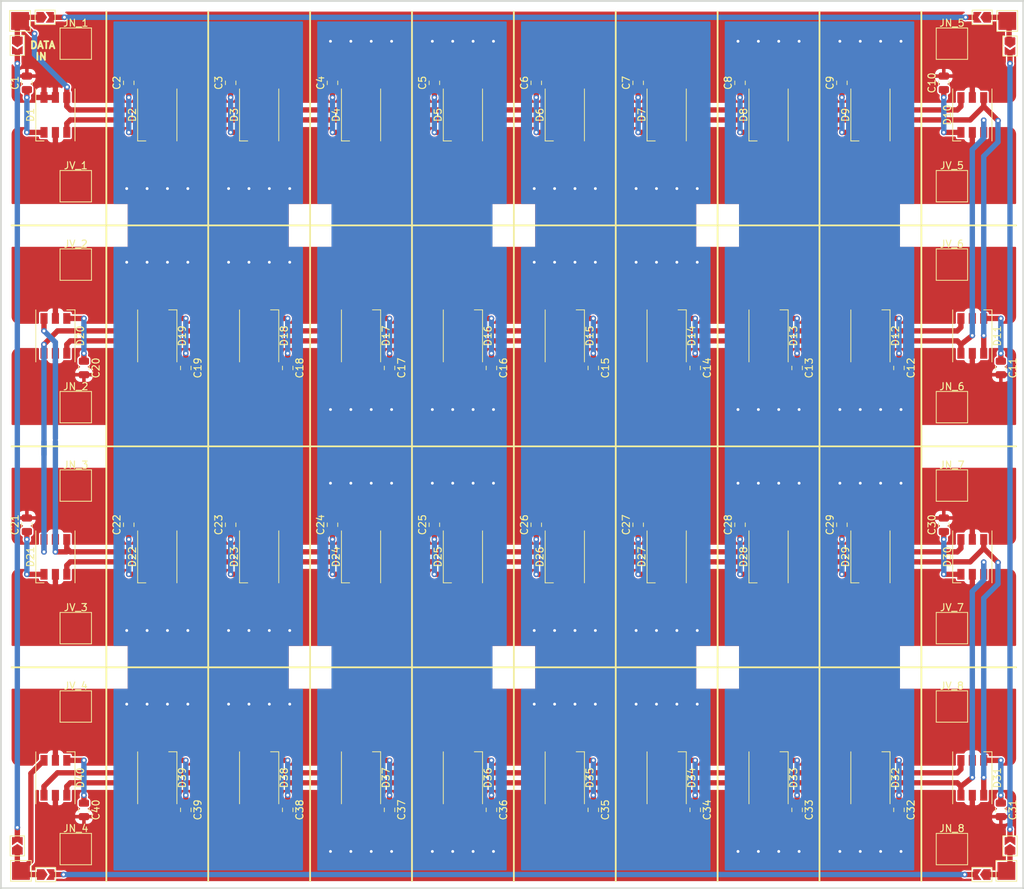
<source format=kicad_pcb>
(kicad_pcb (version 20221018) (generator pcbnew)
  (layers (0 "F.Cu" signal) (31 "B.Cu" signal) (34 "B.Paste" user) (35 "F.Paste" user) (36 "B.SilkS" user "B.Silkscreen") (37 "F.SilkS" user "F.Silkscreen") (38 "B.Mask" user) (39 "F.Mask" user) (44 "Edge.Cuts" user))
  (net 0 "")
  (net 1 "Net-(D1-VCC)")
  (net 2 "GND")
  (net 3 "Net-(D2-VCC)")
  (net 4 "Net-(D3-VCC)")
  (net 5 "Net-(D4-VCC)")
  (net 6 "Net-(D5-VCC)")
  (net 7 "Net-(D6-VCC)")
  (net 8 "Net-(D7-VCC)")
  (net 9 "Net-(D8-VCC)")
  (net 10 "Net-(D9-VCC)")
  (net 11 "Net-(D10-VCC)")
  (net 12 "Net-(D11-VCC)")
  (net 13 "Net-(D12-VCC)")
  (net 14 "Net-(D13-VCC)")
  (net 15 "Net-(D14-VCC)")
  (net 16 "Net-(D15-VCC)")
  (net 17 "Net-(D16-VCC)")
  (net 18 "Net-(D17-VCC)")
  (net 19 "Net-(D18-VCC)")
  (net 20 "Net-(D19-VCC)")
  (net 21 "Net-(D20-VCC)")
  (net 22 "Net-(D21-VCC)")
  (net 23 "Net-(D22-VCC)")
  (net 24 "Net-(D23-VCC)")
  (net 25 "Net-(D24-VCC)")
  (net 26 "Net-(D25-VCC)")
  (net 27 "Net-(D26-VCC)")
  (net 28 "Net-(D27-VCC)")
  (net 29 "Net-(D28-VCC)")
  (net 30 "Net-(D29-VCC)")
  (net 31 "Net-(D30-VCC)")
  (net 32 "Net-(D31-VCC)")
  (net 33 "Net-(D32-VCC)")
  (net 34 "Net-(D33-VCC)")
  (net 35 "Net-(D34-VCC)")
  (net 36 "Net-(D35-VCC)")
  (net 37 "Net-(D36-VCC)")
  (net 38 "Net-(D37-VCC)")
  (net 39 "Net-(D38-VCC)")
  (net 40 "Net-(D39-VCC)")
  (net 41 "Net-(D40-VCC)")
  (net 42 "VDD")
  (net 43 "/LED1/DOUT")
  (net 44 "DATA_IN")
  (net 45 "/LED2/DOUT")
  (net 46 "/LED3/DOUT")
  (net 47 "/LED4/DOUT")
  (net 48 "/LED5/DOUT")
  (net 49 "/LED6/DOUT")
  (net 50 "/LED7/DOUT")
  (net 51 "/LED10/BIN")
  (net 52 "/LED10/DIN")
  (net 53 "/LED10/DOUT")
  (net 54 "/LED11/DOUT")
  (net 55 "/LED12/DOUT")
  (net 56 "/LED13/DOUT")
  (net 57 "/LED14/DOUT")
  (net 58 "/LED15/DOUT")
  (net 59 "/LED16/DOUT")
  (net 60 "/LED17/DOUT")
  (net 61 "/LED18/DOUT")
  (net 62 "/LED19/DOUT")
  (net 63 "/LED20/DOUT")
  (net 64 "/LED21/DOUT")
  (net 65 "/LED22/DOUT")
  (net 66 "/LED23/DOUT")
  (net 67 "/LED24/DOUT")
  (net 68 "/LED25/DOUT")
  (net 69 "/LED26/DOUT")
  (net 70 "/LED27/DOUT")
  (net 71 "/LED28/DOUT")
  (net 72 "/LED29/DOUT")
  (net 73 "/LED30/DOUT")
  (net 74 "/LED31/DOUT")
  (net 75 "/LED32/DOUT")
  (net 76 "/LED33/DOUT")
  (net 77 "/LED34/DOUT")
  (net 78 "/LED35/DOUT")
  (net 79 "/LED36/DOUT")
  (net 80 "/LED37/DOUT")
  (net 81 "/LED38/DOUT")
  (net 82 "/LED39/DOUT")
  (net 83 "DATA_OUT")
  (net 84 "Net-(JP_BR1-A)")
  (net 85 "Net-(JP_BR1-B)")
  (net 86 "Net-(JP_TL2-B)")
  (net 87 "Net-(JP_TR1-A)")
  (net 88 "Net-(JP_BL2-B)")
  (net 89 "Net-(JP_BL1-B)")
  (footprint "Capacitor_SMD:C_0805_2012Metric" (layer "F.Cu") (at 136.642857 138.5 -90)
    (fp_text reference "C33")
    (fp_text value "100nF")
  )
  (footprint "TestPoint:TestPoint_Pad_4.0x4.0mm" (layer "F.Cu") (at 158.357142 113)
    (fp_text reference "JV_7")
    (fp_text value "Conn_01x01")
  )
  (footprint "TestPoint:TestPoint_Pad_4.0x4.0mm" (layer "F.Cu") (at 158.357142 144)
    (fp_text reference "JN_8")
    (fp_text value "Conn_01x01" hide)
  )
  (footprint "TestPoint:TestPoint_Pad_4.0x4.0mm" (layer "F.Cu") (at 35.5 51)
    (fp_text reference "JV_1")
    (fp_text value "Conn_01x01")
  )
  (footprint "LED_SMD:LED_WS2812_PLCC6_5.0x5.0mm_P1.6mm" (layer "F.Cu") (at 32.642857 72 -90)
    (fp_text reference "D20")
    (fp_text value "WS2813")
  )
  (footprint "Jumper:SolderJumper-2_P1.3mm_Open_TrianglePad1.0x1.5mm" (layer "F.Cu") (at 31.205 27.305)
    (fp_text reference "JP_TL2" hide)
    (fp_text value "SolderJumper_2_Open" hide)
  )
  (footprint "LED_SMD:LED_WS2812_PLCC6_5.0x5.0mm_P1.6mm" (layer "F.Cu") (at 161.214285 103 90)
    (fp_text reference "D30")
    (fp_text value "WS2813")
  )
  (footprint "Capacitor_SMD:C_0805_2012Metric" (layer "F.Cu") (at 165.214285 138.5 -90)
    (fp_text reference "C31")
    (fp_text value "100nF")
  )
  (footprint "TestPoint:TestPoint_Pad_4.0x4.0mm" (layer "F.Cu") (at 35.5 82)
    (fp_text reference "JN_2")
    (fp_text value "Conn_01x01")
  )
  (footprint "LED_SMD:LED_WS2812_PLCC6_5.0x5.0mm_P1.6mm" (layer "F.Cu") (at 89.785714 103 90)
    (fp_text reference "D25")
    (fp_text value "WS2813")
  )
  (footprint "Capacitor_SMD:C_0805_2012Metric" (layer "F.Cu") (at 122.357142 138.5 -90)
    (fp_text reference "C34")
    (fp_text value "100nF")
  )
  (footprint "LED_SMD:LED_WS2812_PLCC6_5.0x5.0mm_P1.6mm" (layer "F.Cu") (at 118.357142 103 90)
    (fp_text reference "D27")
    (fp_text value "WS2813")
  )
  (footprint "Jumper:SolderJumper-2_P1.3mm_Open_TrianglePad1.0x1.5mm" (layer "F.Cu") (at 31.279 147.574)
    (fp_text reference "JP_BL2" hide)
    (fp_text value "SolderJumper_2_Open" hide)
  )
  (footprint "LED_SMD:LED_WS2812_PLCC6_5.0x5.0mm_P1.6mm" (layer "F.Cu") (at 75.5 134 -90)
    (fp_text reference "D37")
    (fp_text value "WS2813")
  )
  (footprint "Capacitor_SMD:C_0805_2012Metric" (layer "F.Cu") (at 142.928571 36.5 90)
    (fp_text reference "C9")
    (fp_text value "100nF")
  )
  (footprint "LED_SMD:LED_WS2812_PLCC6_5.0x5.0mm_P1.6mm" (layer "F.Cu") (at 161.214285 72 -90)
    (fp_text reference "D11")
    (fp_text value "WS2813")
  )
  (footprint "LED_SMD:LED_WS2812_PLCC6_5.0x5.0mm_P1.6mm" (layer "F.Cu") (at 104.071428 41 90)
    (fp_text reference "D6")
    (fp_text value "WS2813")
  )
  (footprint "Capacitor_SMD:C_0805_2012Metric" (layer "F.Cu") (at 150.928571 76.5 -90)
    (fp_text reference "C12")
    (fp_text value "100nF")
  )
  (footprint "LED_SMD:LED_WS2812_PLCC6_5.0x5.0mm_P1.6mm" (layer "F.Cu") (at 61.214285 103 90)
    (fp_text reference "D23")
    (fp_text value "WS2813")
  )
  (footprint "Jumper:SolderJumper-2_P1.3mm_Open_TrianglePad1.0x1.5mm" (layer "F.Cu") (at 166.497 143.547 90)
    (fp_text reference "JP_BR1" hide)
    (fp_text value "SolderJumper_2_Open" hide)
  )
  (footprint "Capacitor_SMD:C_0805_2012Metric" (layer "F.Cu") (at 50.928571 76.5 -90)
    (fp_text reference "C19")
    (fp_text value "100nF")
  )
  (footprint "LED_SMD:LED_WS2812_PLCC6_5.0x5.0mm_P1.6mm" (layer "F.Cu") (at 61.214285 41 90)
    (fp_text reference "D3")
    (fp_text value "WS2813")
  )
  (footprint "LED_SMD:LED_WS2812_PLCC6_5.0x5.0mm_P1.6mm" (layer "F.Cu") (at 161.214285 134 -90)
    (fp_text reference "D31")
    (fp_text value "WS2813")
  )
  (footprint "TestPoint:TestPoint_Pad_4.0x4.0mm" (layer "F.Cu") (at 158.357142 62)
    (fp_text reference "JV_6")
    (fp_text value "Conn_01x01")
  )
  (footprint "LED_SMD:LED_WS2812_PLCC6_5.0x5.0mm_P1.6mm" (layer "F.Cu") (at 46.928571 72 -90)
    (fp_text reference "D19")
    (fp_text value "WS2813")
  )
  (footprint "Capacitor_SMD:C_0805_2012Metric" (layer "F.Cu") (at 136.642857 76.5 -90)
    (fp_text reference "C13")
    (fp_text value "100nF")
  )
  (footprint "TestPoint:TestPoint_Pad_2.5x2.5mm" (layer "F.Cu") (at 165.989 147.066)
    (fp_text reference "J_BR1" hide)
    (fp_text value "Conn_01x01" hide)
  )
  (footprint "LED_SMD:LED_WS2812_PLCC6_5.0x5.0mm_P1.6mm" (layer "F.Cu") (at 32.642857 134 -90)
    (fp_text reference "D40")
    (fp_text value "WS2813")
  )
  (footprint "LED_SMD:LED_WS2812_PLCC6_5.0x5.0mm_P1.6mm" (layer "F.Cu") (at 118.357142 41 90)
    (fp_text reference "D7")
    (fp_text value "WS2813")
  )
  (footprint "Jumper:SolderJumper-2_P1.3mm_Open_TrianglePad1.0x1.5mm" (layer "F.Cu") (at 162.56 147.574 180)
    (fp_text reference "JP_BR2" hide)
    (fp_text value "SolderJumper_2_Open" hide)
  )
  (footprint "Capacitor_SMD:C_0805_2012Metric" (layer "F.Cu") (at 128.642857 98.5 90)
    (fp_text reference "C28")
    (fp_text value "100nF")
  )
  (footprint "LED_SMD:LED_WS2812_PLCC6_5.0x5.0mm_P1.6mm" (layer "F.Cu") (at 146.928571 41 90)
    (fp_text reference "D9")
    (fp_text value "WS2813")
  )
  (footprint "TestPoint:TestPoint_Pad_4.0x4.0mm" (layer "F.Cu") (at 35.5 31)
    (fp_text reference "JN_1")
    (fp_text value "Conn_01x01" hide)
  )
  (footprint "LED_SMD:LED_WS2812_PLCC6_5.0x5.0mm_P1.6mm" (layer "F.Cu") (at 46.928571 103 90)
    (fp_text reference "D22")
    (fp_text value "WS2813")
  )
  (footprint "LED_SMD:LED_WS2812_PLCC6_5.0x5.0mm_P1.6mm" (layer "F.Cu") (at 146.928571 72 -90)
    (fp_text reference "D12")
    (fp_text value "WS2813")
  )
  (footprint "Capacitor_SMD:C_0805_2012Metric" (layer "F.Cu") (at 165.214285 76.5 -90)
    (fp_text reference "C11")
    (fp_text value "100nF")
  )
  (footprint "Capacitor_SMD:C_0805_2012Metric" (layer "F.Cu") (at 150.928571 138.5 -90)
    (fp_text reference "C32")
    (fp_text value "100nF")
  )
  (footprint "LED_SMD:LED_WS2812_PLCC6_5.0x5.0mm_P1.6mm" (layer "F.Cu") (at 46.928571 41 90)
    (fp_text reference "D2")
    (fp_text value "WS2813")
  )
  (footprint "TestPoint:TestPoint_Pad_4.0x4.0mm" (layer "F.Cu") (at 35.5 144)
    (fp_text reference "JN_4")
    (fp_text value "Conn_01x01" hide)
  )
  (footprint "Jumper:SolderJumper-2_P1.3mm_Open_TrianglePad1.0x1.5mm" (layer "F.Cu") (at 166.497 31.332 -90)
    (fp_text reference "JP_TR1" hide)
    (fp_text value "SolderJumper_2_Open" hide)
  )
  (footprint "LED_SMD:LED_WS2812_PLCC6_5.0x5.0mm_P1.6mm" (layer "F.Cu") (at 132.642857 134 -90)
    (fp_text reference "D33")
    (fp_text value "WS2813")
  )
  (footprint "Capacitor_SMD:C_0805_2012Metric" (layer "F.Cu") (at 65.214285 76.5 -90)
    (fp_text reference "C18")
    (fp_text value "100nF")
  )
  (footprint "Capacitor_SMD:C_0805_2012Metric" (layer "F.Cu") (at 65.214285 138.5 -90)
    (fp_text reference "C38")
    (fp_text value "100nF")
  )
  (footprint "TestPoint:TestPoint_Pad_2.5x2.5mm" (layer "F.Cu") (at 166.116 27.813)
    (fp_text reference "J_TR1" hide)
    (fp_text value "Conn_01x01" hide)
  )
  (footprint "Capacitor_SMD:C_0805_2012Metric" (layer "F.Cu") (at 142.928571 98.5 90)
    (fp_text reference "C29")
    (fp_text value "100nF")
  )
  (footprint "Capacitor_SMD:C_0805_2012Metric" (layer "F.Cu") (at 50.928571 138.5 -90)
    (fp_text reference "C39")
    (fp_text value "100nF")
  )
  (footprint "Capacitor_SMD:C_0805_2012Metric" (layer "F.Cu") (at 93.785714 138.5 -90)
    (fp_text reference "C36")
    (fp_text value "100nF")
  )
  (footprint "LED_SMD:LED_WS2812_PLCC6_5.0x5.0mm_P1.6mm" (layer "F.Cu") (at 75.5 41 90)
    (fp_text reference "D4")
    (fp_text value "WS2813")
  )
  (footprint "Capacitor_SMD:C_0805_2012Metric" (layer "F.Cu") (at 157.214285 98.5 90)
    (fp_text reference "C30")
    (fp_text value "100nF")
  )
  (footprint "LED_SMD:LED_WS2812_PLCC6_5.0x5.0mm_P1.6mm" (layer "F.Cu") (at 132.642857 72 -90)
    (fp_text reference "D13")
    (fp_text value "WS2813")
  )
  (footprint "LED_SMD:LED_WS2812_PLCC6_5.0x5.0mm_P1.6mm" (layer "F.Cu") (at 89.785714 72 -90)
    (fp_text reference "D16")
    (fp_text value "WS2813")
  )
  (footprint "LED_SMD:LED_WS2812_PLCC6_5.0x5.0mm_P1.6mm" (layer "F.Cu") (at 89.785714 41 90)
    (fp_text reference "D5")
    (fp_text value "WS2813")
  )
  (footprint "Capacitor_SMD:C_0805_2012Metric" (layer "F.Cu") (at 71.5 36.5 90)
    (fp_text reference "C4")
    (fp_text value "100nF")
  )
  (footprint "LED_SMD:LED_WS2812_PLCC6_5.0x5.0mm_P1.6mm" (layer "F.Cu") (at 132.642857 103 90)
    (fp_text reference "D28")
    (fp_text value "WS2813")
  )
  (footprint "Capacitor_SMD:C_0805_2012Metric" (layer "F.Cu") (at 114.357142 98.5 90)
    (fp_text reference "C27")
    (fp_text value "100nF")
  )
  (footprint "LED_SMD:LED_WS2812_PLCC6_5.0x5.0mm_P1.6mm" (layer "F.Cu") (at 75.5 72 -90)
    (fp_text reference "D17")
    (fp_text value "WS2813")
  )
  (footprint "TestPoint:TestPoint_Pad_2.5x2.5mm" (layer "F.Cu") (at 27.686 27.813)
    (fp_text reference "J_TL1" hide)
    (fp_text value "Conn_01x01" hide)
  )
  (footprint "Jumper:SolderJumper-2_P1.3mm_Open_TrianglePad1.0x1.5mm" (layer "F.Cu") (at 162.597 27.305 180)
    (fp_text reference "JP_TR2" hide)
    (fp_text value "SolderJumper_2_Open" hide)
  )
  (footprint "LED_SMD:LED_WS2812_PLCC6_5.0x5.0mm_P1.6mm" (layer "F.Cu") (at 118.357142 134 -90)
    (fp_text reference "D34")
    (fp_text value "WS2813")
  )
  (footprint "LED_SMD:LED_WS2812_PLCC6_5.0x5.0mm_P1.6mm" (layer "F.Cu") (at 104.071428 103 90)
    (fp_text reference "D26")
    (fp_text value "WS2813")
  )
  (footprint "TestPoint:TestPoint_Pad_2.5x2.5mm" (layer "F.Cu") (at 27.813 147.066)
    (fp_text reference "J_BL1" hide)
    (fp_text value "Conn_01x01" hide)
  )
  (footprint "TestPoint:TestPoint_Pad_4.0x4.0mm" (layer "F.Cu") (at 158.357142 31)
    (fp_text reference "JN_5")
    (fp_text value "Conn_01x01" hide)
  )
  (footprint "TestPoint:TestPoint_Pad_4.0x4.0mm" (layer "F.Cu") (at 158.357142 124)
    (fp_text reference "JV_8")
    (fp_text value "Conn_01x01")
  )
  (footprint "Capacitor_SMD:C_0805_2012Metric" (layer "F.Cu") (at 57.214285 36.5 90)
    (fp_text reference "C3")
    (fp_text value "100nF")
  )
  (footprint "Capacitor_SMD:C_0805_2012Metric" (layer "F.Cu") (at 108.071428 76.5 -90)
    (fp_text reference "C15")
    (fp_text value "100nF")
  )
  (footprint "Capacitor_SMD:C_0805_2012Metric" (layer "F.Cu") (at 108.071428 138.5 -90)
    (fp_text reference "C35")
    (fp_text value "100nF")
  )
  (footprint "TestPoint:TestPoint_Pad_4.0x4.0mm" (layer "F.Cu") (at 35.5 62)
    (fp_text reference "JV_2")
    (fp_text value "Conn_01x01")
  )
  (footprint "Capacitor_SMD:C_0805_2012Metric" (layer "F.Cu") (at 71.5 98.5 90)
    (fp_text reference "C24")
    (fp_text value "100nF")
  )
  (footprint "TestPoint:TestPoint_Pad_4.0x4.0mm" (layer "F.Cu") (at 35.5 93)
    (fp_text reference "JN_3")
    (fp_text value "Conn_01x01")
  )
  (footprint "LED_SMD:LED_WS2812_PLCC6_5.0x5.0mm_P1.6mm" (layer "F.Cu") (at 61.214285 72 -90)
    (fp_text reference "D18")
    (fp_text value "WS2813")
  )
  (footprint "LED_SMD:LED_WS2812_PLCC6_5.0x5.0mm_P1.6mm" (layer "F.Cu") (at 161.214285 41 90)
    (fp_text reference "D10")
    (fp_text value "WS2813")
  )
  (footprint "TestPoint:TestPoint_Pad_4.0x4.0mm" (layer "F.Cu") (at 158.357142 82)
    (fp_text reference "JN_6")
    (fp_text value "Conn_01x01")
  )
  (footprint "LED_SMD:LED_WS2812_PLCC6_5.0x5.0mm_P1.6mm" (layer "F.Cu") (at 61.214285 134 -90)
    (fp_text reference "D38")
    (fp_text value "WS2813")
  )
  (footprint "Capacitor_SMD:C_0805_2012Metric" (layer "F.Cu") (at 36.642857 76.5 -90)
    (fp_text reference "C20")
    (fp_text value "100nF")
  )
  (footprint "Capacitor_SMD:C_0805_2012Metric" (layer "F.Cu") (at 28.642857 36.5 90)
    (fp_text reference "C1")
    (fp_text value "100nF")
  )
  (footprint "LED_SMD:LED_WS2812_PLCC6_5.0x5.0mm_P1.6mm" (layer "F.Cu") (at 118.357142 72 -90)
    (fp_text reference "D14")
    (fp_text value "WS2813")
  )
  (footprint "LED_SMD:LED_WS2812_PLCC6_5.0x5.0mm_P1.6mm" (layer "F.Cu") (at 75.5 103 90)
    (fp_text reference "D24")
    (fp_text value "WS2813")
  )
  (footprint "LED_SMD:LED_WS2812_PLCC6_5.0x5.0mm_P1.6mm" (layer "F.Cu") (at 146.928571 134 -90)
    (fp_text reference "D32")
    (fp_text value "WS2813")
  )
  (footprint "Capacitor_SMD:C_0805_2012Metric" (layer "F.Cu") (at 93.785714 76.5 -90)
    (fp_text reference "C16")
    (fp_text value "100nF")
  )
  (footprint "Capacitor_SMD:C_0805_2012Metric" (layer "F.Cu") (at 85.785714 36.5 90)
    (fp_text reference "C5")
    (fp_text value "100nF")
  )
  (footprint "LED_SMD:LED_WS2812_PLCC6_5.0x5.0mm_P1.6mm" (layer "F.Cu") (at 146.928571 103 90)
    (fp_text reference "D29")
    (fp_text value "WS2813")
  )
  (footprint "TestPoint:TestPoint_Pad_4.0x4.0mm" (layer "F.Cu") (at 35.5 113)
    (fp_text reference "JV_3")
    (fp_text value "Conn_01x01")
  )
  (footprint "Capacitor_SMD:C_0805_2012Metric" (layer "F.Cu") (at 157.214285 36.5 90)
    (fp_text reference "C10")
    (fp_text value "100nF")
  )
  (footprint "TestPoint:TestPoint_Pad_4.0x4.0mm" (layer "F.Cu") (at 35.5 124)
    (fp_text reference "JV_4")
    (fp_text value "Conn_01x01")
  )
  (footprint "Capacitor_SMD:C_0805_2012Metric" (layer "F.Cu") (at 28.642857 98.5 90)
    (fp_text reference "C21")
    (fp_text value "100nF")
  )
  (footprint "Capacitor_SMD:C_0805_2012Metric" (layer "F.Cu") (at 57.214285 98.5 90)
    (fp_text reference "C23")
    (fp_text value "100nF")
  )
  (footprint "Capacitor_SMD:C_0805_2012Metric" (layer "F.Cu") (at 128.642857 36.5 90)
    (fp_text reference "C8")
    (fp_text value "100nF")
  )
  (footprint "Capacitor_SMD:C_0805_2012Metric" (layer "F.Cu") (at 79.5 138.5 -90)
    (fp_text reference "C37")
    (fp_text value "100nF")
  )
  (footprint "LED_SMD:LED_WS2812_PLCC6_5.0x5.0mm_P1.6mm" (layer "F.Cu") (at 46.928571 134 -90)
    (fp_text reference "D39")
    (fp_text value "WS2813")
  )
  (footprint "LED_SMD:LED_WS2812_PLCC6_5.0x5.0mm_P1.6mm" (layer "F.Cu") (at 89.785714 134 -90)
    (fp_text reference "D36")
    (fp_text value "WS2813")
  )
  (footprint "LED_SMD:LED_WS2812_PLCC6_5.0x5.0mm_P1.6mm" (layer "F.Cu") (at 132.642857 41 90)
    (fp_text reference "D8")
    (fp_text value "WS2813")
  )
  (footprint "Capacitor_SMD:C_0805_2012Metric" (layer "F.Cu") (at 100.071428 98.5 90)
    (fp_text reference "C26")
    (fp_text value "100nF")
  )
  (footprint "TestPoint:TestPoint_Pad_4.0x4.0mm" (layer "F.Cu") (at 158.357142 51)
    (fp_text reference "JV_5")
    (fp_text value "Conn_01x01")
  )
  (footprint "Capacitor_SMD:C_0805_2012Metric" (layer "F.Cu") (at 36.642857 138.5 -90)
    (fp_text reference "C40")
    (fp_text value "100nF")
  )
  (footprint "Capacitor_SMD:C_0805_2012Metric" (layer "F.Cu") (at 79.5 76.5 -90)
    (fp_text reference "C17")
    (fp_text value "100nF")
  )
  (footprint "Capacitor_SMD:C_0805_2012Metric" (layer "F.Cu") (at 100.071428 36.5 90)
    (fp_text reference "C6")
    (fp_text value "100nF")
  )
  (footprint "Capacitor_SMD:C_0805_2012Metric" (layer "F.Cu") (at 85.785714 98.5 90)
    (fp_text reference "C25")
    (fp_text value "100nF")
  )
  (footprint "LED_SMD:LED_WS2812_PLCC6_5.0x5.0mm_P1.6mm" (layer "F.Cu") (at 32.642857 103 90)
    (fp_text reference "D21")
    (fp_text value "WS2813")
  )
  (footprint "Jumper:SolderJumper-2_P1.3mm_Open_TrianglePad1.0x1.5mm" (layer "F.Cu") (at 27.305 31.242 -90)
    (fp_text reference "JP_TL1" hide)
    (fp_text value "SolderJumper_2_Open" hide)
  )
  (footprint "Capacitor_SMD:C_0805_2012Metric" (layer "F.Cu") (at 42.928571 98.5 90)
    (fp_text reference "C22")
    (fp_text value "100nF")
  )
  (footprint "LED_SMD:LED_WS2812_PLCC6_5.0x5.0mm_P1.6mm" (layer "F.Cu") (at 104.071428 72 -90)
    (fp_text reference "D15")
    (fp_text value "WS2813")
  )
  (footprint "Jumper:SolderJumper-2_P1.3mm_Open_TrianglePad1.0x1.5mm" (layer "F.Cu") (at 27.305 143.547 90)
    (fp_text reference "JP_BL1" hide)
    (fp_text value "SolderJumper_2_Open" hide)
  )
  (footprint "LED_SMD:LED_WS2812_PLCC6_5.0x5.0mm_P1.6mm" (layer "F.Cu") (at 104.071428 134 -90)
    (fp_text reference "D35")
    (fp_text value "WS2813")
  )
  (footprint "Capacitor_SMD:C_0805_2012Metric" (layer "F.Cu") (at 122.357142 76.5 -90)
    (fp_text reference "C14")
    (fp_text value "100nF")
  )
  (footprint "Capacitor_SMD:C_0805_2012Metric" (layer "F.Cu") (at 114.357142 36.5 90)
    (fp_text reference "C7")
    (fp_text value "100nF")
  )
  (footprint "LED_SMD:LED_WS2812_PLCC6_5.0x5.0mm_P1.6mm" (layer "F.Cu") (at 32.642857 41 90)
    (fp_text reference "D1")
    (fp_text value "WS2813")
  )
  (footprint "Capacitor_SMD:C_0805_2012Metric" (layer "F.Cu") (at 42.928571 36.5 90)
    (fp_text reference "C2")
    (fp_text value "100nF")
  )
  (footprint "TestPoint:TestPoint_Pad_4.0x4.0mm" (layer "F.Cu") (at 158.357142 93)
    (fp_text reference "JN_7")
    (fp_text value "Conn_01x01")
  )
  (gr_line (start 26.5 56.5) (end 167.357142 56.5) (stroke (width 0.25)) (layer "F.SilkS"))
  (gr_line (start 96.928571 26.5) (end 96.928571 148.5) (stroke (width 0.25)) (layer "F.SilkS"))
  (gr_line (start 68.357142 26.5) (end 68.357142 148.5) (stroke (width 0.25)) (layer "F.SilkS"))
  (gr_line (start 139.785714 26.5) (end 139.785714 148.5) (stroke (width 0.25)) (layer "F.SilkS"))
  (gr_line (start 111.214285 26.5) (end 111.214285 148.5) (stroke (width 0.25)) (layer "F.SilkS"))
  (gr_line (start 82.642857 26.5) (end 82.642857 148.5) (stroke (width 0.25)) (layer "F.SilkS"))
  (gr_line (start 39.785714 26.5) (end 39.785714 148.5) (stroke (width 0.25)) (layer "F.SilkS"))
  (gr_line (start 125.5 26.5) (end 125.5 148.5) (stroke (width 0.25)) (layer "F.SilkS"))
  (gr_line (start 26.5 118.5) (end 167.357142 118.5) (stroke (width 0.25)) (layer "F.SilkS"))
  (gr_line (start 26.5 87.5) (end 167.357142 87.5) (stroke (width 0.25)) (layer "F.SilkS"))
  (gr_line (start 54.071428 26.5) (end 54.071428 148.5) (stroke (width 0.25)) (layer "F.SilkS"))
  (gr_line (start 154.071428 26.5) (end 154.071428 148.5) (stroke (width 0.25)) (layer "F.SilkS"))
  (gr_poly (pts (xy 25 25) (xy 168.357142 25) (xy 168.357142 149.5) (xy 25 149.5)) (stroke (width 0.25)) (fill none) (layer "Edge.Cuts"))
  (gr_text "DATA\n IN" (at 28.956 33.401) (layer "F.SilkS") (effects (font (size 1 1) (thickness 0.25) bold) (justify left bottom)))
  (segment (start 28.642857 38.55) (end 28.642857 37.45) (width 0.75) (layer "F.Cu") (net 1))
  (segment (start 28.642857 43.45) (end 31.042857 43.45) (width 0.75) (layer "F.Cu") (net 1))
  (via (at 28.642857 38.55) (size 0.8) (drill 0.4) (layers "F.Cu" "B.Cu") (net 1))
  (via (at 28.642857 43.45) (size 0.8) (drill 0.4) (layers "F.Cu" "B.Cu") (net 1))
  (segment (start 28.642857 38.55) (end 28.642857 43.45) (width 0.75) (layer "B.Cu") (net 1))
  (via (at 148.357142 82.333333) (size 0.8) (drill 0.4) (layers "F.Cu" "B.Cu") (net 2))
  (via (at 151.214285 82.333333) (size 0.8) (drill 0.4) (layers "F.Cu" "B.Cu") (net 2))
  (via (at 76.928571 144.333333) (size 0.8) (drill 0.4) (layers "F.Cu" "B.Cu") (net 2))
  (via (at 151.214285 92.666666) (size 0.8) (drill 0.4) (layers "F.Cu" "B.Cu") (net 2))
  (via (at 74.071428 30.666666) (size 0.8) (drill 0.4) (layers "F.Cu" "B.Cu") (net 2))
  (via (at 145.5 92.666666) (size 0.8) (drill 0.4) (layers "F.Cu" "B.Cu") (net 2))
  (via (at 94.071428 30.666666) (size 0.8) (drill 0.4) (layers "F.Cu" "B.Cu") (net 2))
  (via (at 131.214285 30.666666) (size 0.8) (drill 0.4) (layers "F.Cu" "B.Cu") (net 2))
  (via (at 128.357142 82.333333) (size 0.8) (drill 0.4) (layers "F.Cu" "B.Cu") (net 2))
  (via (at 88.357142 144.333333) (size 0.8) (drill 0.4) (layers "F.Cu" "B.Cu") (net 2))
  (via (at 142.642857 144.333333) (size 0.8) (drill 0.4) (layers "F.Cu" "B.Cu") (net 2))
  (via (at 148.357142 30.666666) (size 0.8) (drill 0.4) (layers "F.Cu" "B.Cu") (net 2))
  (via (at 148.357142 92.666666) (size 0.8) (drill 0.4) (layers "F.Cu" "B.Cu") (net 2))
  (via (at 71.214285 82.333333) (size 0.8) (drill 0.4) (layers "F.Cu" "B.Cu") (net 2))
  (via (at 145.5 30.666666) (size 0.8) (drill 0.4) (layers "F.Cu" "B.Cu") (net 2))
  (via (at 128.357142 92.666666) (size 0.8) (drill 0.4) (layers "F.Cu" "B.Cu") (net 2))
  (via (at 71.214285 144.333333) (size 0.8) (drill 0.4) (layers "F.Cu" "B.Cu") (net 2))
  (via (at 131.214285 144.333333) (size 0.8) (drill 0.4) (layers "F.Cu" "B.Cu") (net 2))
  (via (at 91.214285 92.666666) (size 0.8) (drill 0.4) (layers "F.Cu" "B.Cu") (net 2))
  (via (at 94.071428 82.333333) (size 0.8) (drill 0.4) (layers "F.Cu" "B.Cu") (net 2))
  (via (at 79.785714 82.333333) (size 0.8) (drill 0.4) (layers "F.Cu" "B.Cu") (net 2))
  (via (at 142.642857 92.666666) (size 0.8) (drill 0.4) (layers "F.Cu" "B.Cu") (net 2))
  (via (at 76.928571 92.666666) (size 0.8) (drill 0.4) (layers "F.Cu" "B.Cu") (net 2))
  (via (at 79.785714 144.333333) (size 0.8) (drill 0.4) (layers "F.Cu" "B.Cu") (net 2))
  (via (at 88.357142 30.666666) (size 0.8) (drill 0.4) (layers "F.Cu" "B.Cu") (net 2))
  (via (at 85.5 82.333333) (size 0.8) (drill 0.4) (layers "F.Cu" "B.Cu") (net 2))
  (via (at 85.5 30.666666) (size 0.8) (drill 0.4) (layers "F.Cu" "B.Cu") (net 2))
  (via (at 91.214285 144.333333) (size 0.8) (drill 0.4) (layers "F.Cu" "B.Cu") (net 2))
  (via (at 134.071428 82.333333) (size 0.8) (drill 0.4) (layers "F.Cu" "B.Cu") (net 2))
  (via (at 91.214285 30.666666) (size 0.8) (drill 0.4) (layers "F.Cu" "B.Cu") (net 2))
  (via (at 76.928571 30.666666) (size 0.8) (drill 0.4) (layers "F.Cu" "B.Cu") (net 2))
  (via (at 136.928571 82.333333) (size 0.8) (drill 0.4) (layers "F.Cu" "B.Cu") (net 2))
  (via (at 148.357142 144.333333) (size 0.8) (drill 0.4) (layers "F.Cu" "B.Cu") (net 2))
  (via (at 128.357142 144.333333) (size 0.8) (drill 0.4) (layers "F.Cu" "B.Cu") (net 2))
  (via (at 74.071428 144.333333) (size 0.8) (drill 0.4) (layers "F.Cu" "B.Cu") (net 2))
  (via (at 136.928571 30.666666) (size 0.8) (drill 0.4) (layers "F.Cu" "B.Cu") (net 2))
  (via (at 79.785714 92.666666) (size 0.8) (drill 0.4) (layers "F.Cu" "B.Cu") (net 2))
  (via (at 134.071428 144.333333) (size 0.8) (drill 0.4) (layers "F.Cu" "B.Cu") (net 2))
  (via (at 74.071428 82.333333) (size 0.8) (drill 0.4) (layers "F.Cu" "B.Cu") (net 2))
  (via (at 136.928571 92.666666) (size 0.8) (drill 0.4) (layers "F.Cu" "B.Cu") (net 2))
  (via (at 88.357142 92.666666) (size 0.8) (drill 0.4) (layers "F.Cu" "B.Cu") (net 2))
  (via (at 76.928571 82.333333) (size 0.8) (drill 0.4) (layers "F.Cu" "B.Cu") (net 2))
  (via (at 142.642857 82.333333) (size 0.8) (drill 0.4) (layers "F.Cu" "B.Cu") (net 2))
  (via (at 85.5 92.666666) (size 0.8) (drill 0.4) (layers "F.Cu" "B.Cu") (net 2))
  (via (at 151.214285 30.666666) (size 0.8) (drill 0.4) (layers "F.Cu" "B.Cu") (net 2))
  (via (at 136.928571 144.333333) (size 0.8) (drill 0.4) (layers "F.Cu" "B.Cu") (net 2))
  (via (at 85.5 144.333333) (size 0.8) (drill 0.4) (layers "F.Cu" "B.Cu") (net 2))
  (via (at 71.214285 30.666666) (size 0.8) (drill 0.4) (layers "F.Cu" "B.Cu") (net 2))
  (via (at 151.214285 144.333333) (size 0.8) (drill 0.4) (layers "F.Cu" "B.Cu") (net 2))
  (via (at 145.5 144.333333) (size 0.8) (drill 0.4) (layers "F.Cu" "B.Cu") (net 2))
  (via (at 94.071428 144.333333) (size 0.8) (drill 0.4) (layers "F.Cu" "B.Cu") (net 2))
  (via (at 134.071428 30.666666) (size 0.8) (drill 0.4) (layers "F.Cu" "B.Cu") (net 2))
  (via (at 131.214285 92.666666) (size 0.8) (drill 0.4) (layers "F.Cu" "B.Cu") (net 2))
  (via (at 74.071428 92.666666) (size 0.8) (drill 0.4) (layers "F.Cu" "B.Cu") (net 2))
  (via (at 79.785714 30.666666) (size 0.8) (drill 0.4) (layers "F.Cu" "B.Cu") (net 2))
  (via (at 131.214285 82.333333) (size 0.8) (drill 0.4) (layers "F.Cu" "B.Cu") (net 2))
  (via (at 91.214285 82.333333) (size 0.8) (drill 0.4) (layers "F.Cu" "B.Cu") (net 2))
  (via (at 134.071428 92.666666) (size 0.8) (drill 0.4) (layers "F.Cu" "B.Cu") (net 2))
  (via (at 142.642857 30.666666) (size 0.8) (drill 0.4) (layers "F.Cu" "B.Cu") (net 2))
  (via (at 94.071428 92.666666) (size 0.8) (drill 0.4) (layers "F.Cu" "B.Cu") (net 2))
  (via (at 71.214285 92.666666) (size 0.8) (drill 0.4) (layers "F.Cu" "B.Cu") (net 2))
  (via (at 88.357142 82.333333) (size 0.8) (drill 0.4) (layers "F.Cu" "B.Cu") (net 2))
  (via (at 128.357142 30.666666) (size 0.8) (drill 0.4) (layers "F.Cu" "B.Cu") (net 2))
  (via (at 145.5 82.333333) (size 0.8) (drill 0.4) (layers "F.Cu" "B.Cu") (net 2))
  (segment (start 42.928571 43.45) (end 45.328571 43.45) (width 0.75) (layer "F.Cu") (net 3))
  (segment (start 42.928571 38.55) (end 42.928571 37.45) (width 0.75) (layer "F.Cu") (net 3))
  (via (at 42.928571 43.45) (size 0.8) (drill 0.4) (layers "F.Cu" "B.Cu") (net 3))
  (via (at 42.928571 38.55) (size 0.8) (drill 0.4) (layers "F.Cu" "B.Cu") (net 3))
  (segment (start 42.928571 38.55) (end 42.928571 43.45) (width 0.75) (layer "B.Cu") (net 3))
  (segment (start 57.214285 43.45) (end 59.614285 43.45) (width 0.75) (layer "F.Cu") (net 4))
  (segment (start 57.214285 38.55) (end 57.214285 37.45) (width 0.75) (layer "F.Cu") (net 4))
  (via (at 57.214285 38.55) (size 0.8) (drill 0.4) (layers "F.Cu" "B.Cu") (net 4))
  (via (at 57.214285 43.45) (size 0.8) (drill 0.4) (layers "F.Cu" "B.Cu") (net 4))
  (segment (start 57.214285 38.55) (end 57.214285 43.45) (width 0.75) (layer "B.Cu") (net 4))
  (segment (start 71.5 43.45) (end 73.9 43.45) (width 0.75) (layer "F.Cu") (net 5))
  (segment (start 71.5 38.55) (end 71.5 37.45) (width 0.75) (layer "F.Cu") (net 5))
  (via (at 71.5 38.55) (size 0.8) (drill 0.4) (layers "F.Cu" "B.Cu") (net 5))
  (via (at 71.5 43.45) (size 0.8) (drill 0.4) (layers "F.Cu" "B.Cu") (net 5))
  (segment (start 71.5 38.55) (end 71.5 43.45) (width 0.75) (layer "B.Cu") (net 5))
  (segment (start 85.785714 38.55) (end 85.785714 37.45) (width 0.75) (layer "F.Cu") (net 6))
  (segment (start 85.785714 43.45) (end 88.185714 43.45) (width 0.75) (layer "F.Cu") (net 6))
  (via (at 85.785714 43.45) (size 0.8) (drill 0.4) (layers "F.Cu" "B.Cu") (net 6))
  (via (at 85.785714 38.55) (size 0.8) (drill 0.4) (layers "F.Cu" "B.Cu") (net 6))
  (segment (start 85.785714 38.55) (end 85.785714 43.45) (width 0.75) (layer "B.Cu") (net 6))
  (segment (start 100.071428 38.55) (end 100.071428 37.45) (width 0.75) (layer "F.Cu") (net 7))
  (segment (start 100.071428 43.45) (end 102.471428 43.45) (width 0.75) (layer "F.Cu") (net 7))
  (via (at 100.071428 43.45) (size 0.8) (drill 0.4) (layers "F.Cu" "B.Cu") (net 7))
  (via (at 100.071428 38.55) (size 0.8) (drill 0.4) (layers "F.Cu" "B.Cu") (net 7))
  (segment (start 100.071428 38.55) (end 100.071428 43.45) (width 0.75) (layer "B.Cu") (net 7))
  (segment (start 114.357142 43.45) (end 116.757142 43.45) (width 0.75) (layer "F.Cu") (net 8))
  (segment (start 114.357142 38.55) (end 114.357142 37.45) (width 0.75) (layer "F.Cu") (net 8))
  (via (at 114.357142 43.45) (size 0.8) (drill 0.4) (layers "F.Cu" "B.Cu") (net 8))
  (via (at 114.357142 38.55) (size 0.8) (drill 0.4) (layers "F.Cu" "B.Cu") (net 8))
  (segment (start 114.357142 38.55) (end 114.357142 43.45) (width 0.75) (layer "B.Cu") (net 8))
  (segment (start 128.642857 43.45) (end 131.042857 43.45) (width 0.75) (layer "F.Cu") (net 9))
  (segment (start 128.642857 38.55) (end 128.642857 37.45) (width 0.75) (layer "F.Cu") (net 9))
  (via (at 128.642857 38.55) (size 0.8) (drill 0.4) (layers "F.Cu" "B.Cu") (net 9))
  (via (at 128.642857 43.45) (size 0.8) (drill 0.4) (layers "F.Cu" "B.Cu") (net 9))
  (segment (start 128.642857 38.55) (end 128.642857 43.45) (width 0.75) (layer "B.Cu") (net 9))
  (segment (start 142.928571 38.55) (end 142.928571 37.45) (width 0.75) (layer "F.Cu") (net 10))
  (segment (start 142.928571 43.45) (end 145.328571 43.45) (width 0.75) (layer "F.Cu") (net 10))
  (via (at 142.928571 38.55) (size 0.8) (drill 0.4) (layers "F.Cu" "B.Cu") (net 10))
  (via (at 142.928571 43.45) (size 0.8) (drill 0.4) (layers "F.Cu" "B.Cu") (net 10))
  (segment (start 142.928571 38.55) (end 142.928571 43.45) (width 0.75) (layer "B.Cu") (net 10))
  (segment (start 157.214285 38.55) (end 157.214285 37.45) (width 0.75) (layer "F.Cu") (net 11))
  (segment (start 157.214285 43.45) (end 159.614285 43.45) (width 0.75) (layer "F.Cu") (net 11))
  (via (at 157.214285 38.55) (size 0.8) (drill 0.4) (layers "F.Cu" "B.Cu") (net 11))
  (via (at 157.214285 43.45) (size 0.8) (drill 0.4) (layers "F.Cu" "B.Cu") (net 11))
  (segment (start 157.214285 38.55) (end 157.214285 43.45) (width 0.75) (layer "B.Cu") (net 11))
  (segment (start 165.214285 74.45) (end 165.214285 75.55) (width 0.75) (layer "F.Cu") (net 12))
  (segment (start 165.214285 69.55) (end 162.814285 69.55) (width 0.75) (layer "F.Cu") (net 12))
  (via (at 165.214285 74.45) (size 0.8) (drill 0.4) (layers "F.Cu" "B.Cu") (net 12))
  (via (at 165.214285 69.55) (size 0.8) (drill 0.4) (layers "F.Cu" "B.Cu") (net 12))
  (segment (start 165.214285 74.45) (end 165.214285 69.55) (width 0.75) (layer "B.Cu") (net 12))
  (segment (start 150.928571 74.45) (end 150.928571 75.55) (width 0.75) (layer "F.Cu") (net 13))
  (segment (start 150.928571 69.55) (end 148.528571 69.55) (width 0.75) (layer "F.Cu") (net 13))
  (via (at 150.928571 69.55) (size 0.8) (drill 0.4) (layers "F.Cu" "B.Cu") (net 13))
  (via (at 150.928571 74.45) (size 0.8) (drill 0.4) (layers "F.Cu" "B.Cu") (net 13))
  (segment (start 150.928571 74.45) (end 150.928571 69.55) (width 0.75) (layer "B.Cu") (net 13))
  (segment (start 136.642857 69.55) (end 134.242857 69.55) (width 0.75) (layer "F.Cu") (net 14))
  (segment (start 136.642857 74.45) (end 136.642857 75.55) (width 0.75) (layer "F.Cu") (net 14))
  (via (at 136.642857 69.55) (size 0.8) (drill 0.4) (layers "F.Cu" "B.Cu") (net 14))
  (via (at 136.642857 74.45) (size 0.8) (drill 0.4) (layers "F.Cu" "B.Cu") (net 14))
  (segment (start 136.642857 74.45) (end 136.642857 69.55) (width 0.75) (layer "B.Cu") (net 14))
  (segment (start 122.357142 74.45) (end 122.357142 75.55) (width 0.75) (layer "F.Cu") (net 15))
  (segment (start 122.357142 69.55) (end 119.957142 69.55) (width 0.75) (layer "F.Cu") (net 15))
  (via (at 122.357142 74.45) (size 0.8) (drill 0.4) (layers "F.Cu" "B.Cu") (net 15))
  (via (at 122.357142 69.55) (size 0.8) (drill 0.4) (layers "F.Cu" "B.Cu") (net 15))
  (segment (start 122.357142 74.45) (end 122.357142 69.55) (width 0.75) (layer "B.Cu") (net 15))
  (segment (start 108.071428 69.55) (end 105.671428 69.55) (width 0.75) (layer "F.Cu") (net 16))
  (segment (start 108.071428 74.45) (end 108.071428 75.55) (width 0.75) (layer "F.Cu") (net 16))
  (via (at 108.071428 74.45) (size 0.8) (drill 0.4) (layers "F.Cu" "B.Cu") (net 16))
  (via (at 108.071428 69.55) (size 0.8) (drill 0.4) (layers "F.Cu" "B.Cu") (net 16))
  (segment (start 108.071428 74.45) (end 108.071428 69.55) (width 0.75) (layer "B.Cu") (net 16))
  (segment (start 93.785714 69.55) (end 91.385714 69.55) (width 0.75) (layer "F.Cu") (net 17))
  (segment (start 93.785714 74.45) (end 93.785714 75.55) (width 0.75) (layer "F.Cu") (net 17))
  (via (at 93.785714 74.45) (size 0.8) (drill 0.4) (layers "F.Cu" "B.Cu") (net 17))
  (via (at 93.785714 69.55) (size 0.8) (drill 0.4) (layers "F.Cu" "B.Cu") (net 17))
  (segment (start 93.785714 74.45) (end 93.785714 69.55) (width 0.75) (layer "B.Cu") (net 17))
  (segment (start 79.5 69.55) (end 77.1 69.55) (width 0.75) (layer "F.Cu") (net 18))
  (segment (start 79.5 74.45) (end 79.5 75.55) (width 0.75) (layer "F.Cu") (net 18))
  (via (at 79.5 74.45) (size 0.8) (drill 0.4) (layers "F.Cu" "B.Cu") (net 18))
  (via (at 79.5 69.55) (size 0.8) (drill 0.4) (layers "F.Cu" "B.Cu") (net 18))
  (segment (start 79.5 74.45) (end 79.5 69.55) (width 0.75) (layer "B.Cu") (net 18))
  (segment (start 65.214285 69.55) (end 62.814285 69.55) (width 0.75) (layer "F.Cu") (net 19))
  (segment (start 65.214285 74.45) (end 65.214285 75.55) (width 0.75) (layer "F.Cu") (net 19))
  (via (at 65.214285 74.45) (size 0.8) (drill 0.4) (layers "F.Cu" "B.Cu") (net 19))
  (via (at 65.214285 69.55) (size 0.8) (drill 0.4) (layers "F.Cu" "B.Cu") (net 19))
  (segment (start 65.214285 74.45) (end 65.214285 69.55) (width 0.75) (layer "B.Cu") (net 19))
  (segment (start 50.928571 74.45) (end 50.928571 75.55) (width 0.75) (layer "F.Cu") (net 20))
  (segment (start 50.928571 69.55) (end 48.528571 69.55) (width 0.75) (layer "F.Cu") (net 20))
  (via (at 50.928571 69.55) (size 0.8) (drill 0.4) (layers "F.Cu" "B.Cu") (net 20))
  (via (at 50.928571 74.45) (size 0.8) (drill 0.4) (layers "F.Cu" "B.Cu") (net 20))
  (segment (start 50.928571 74.45) (end 50.928571 69.55) (width 0.75) (layer "B.Cu") (net 20))
  (segment (start 36.642857 69.55) (end 34.242857 69.55) (width 0.75) (layer "F.Cu") (net 21))
  (segment (start 36.642857 74.45) (end 36.642857 75.55) (width 0.75) (layer "F.Cu") (net 21))
  (via (at 36.642857 74.45) (size 0.8) (drill 0.4) (layers "F.Cu" "B.Cu") (net 21))
  (via (at 36.642857 69.55) (size 0.8) (drill 0.4) (layers "F.Cu" "B.Cu") (net 21))
  (segment (start 36.642857 74.45) (end 36.642857 69.55) (width 0.75) (layer "B.Cu") (net 21))
  (segment (start 28.642857 100.55) (end 28.642857 99.45) (width 0.75) (layer "F.Cu") (net 22))
  (segment (start 28.642857 105.45) (end 31.042857 105.45) (width 0.75) (layer "F.Cu") (net 22))
  (via (at 28.642857 100.55) (size 0.8) (drill 0.4) (layers "F.Cu" "B.Cu") (net 22))
  (via (at 28.642857 105.45) (size 0.8) (drill 0.4) (layers "F.Cu" "B.Cu") (net 22))
  (segment (start 28.642857 100.55) (end 28.642857 105.45) (width 0.75) (layer "B.Cu") (net 22))
  (segment (start 42.928571 105.45) (end 45.328571 105.45) (width 0.75) (layer "F.Cu") (net 23))
  (segment (start 42.928571 100.55) (end 42.928571 99.45) (width 0.75) (layer "F.Cu") (net 23))
  (via (at 42.928571 105.45) (size 0.8) (drill 0.4) (layers "F.Cu" "B.Cu") (net 23))
  (via (at 42.928571 100.55) (size 0.8) (drill 0.4) (layers "F.Cu" "B.Cu") (net 23))
  (segment (start 42.928571 100.55) (end 42.928571 105.45) (width 0.75) (layer "B.Cu") (net 23))
  (segment (start 57.214285 100.55) (end 57.214285 99.45) (width 0.75) (layer "F.Cu") (net 24))
  (segment (start 57.214285 105.45) (end 59.614285 105.45) (width 0.75) (layer "F.Cu") (net 24))
  (via (at 57.214285 100.55) (size 0.8) (drill 0.4) (layers "F.Cu" "B.Cu") (net 24))
  (via (at 57.214285 105.45) (size 0.8) (drill 0.4) (layers "F.Cu" "B.Cu") (net 24))
  (segment (start 57.214285 100.55) (end 57.214285 105.45) (width 0.75) (layer "B.Cu") (net 24))
  (segment (start 71.5 100.55) (end 71.5 99.45) (width 0.75) (layer "F.Cu") (net 25))
  (segment (start 71.5 105.45) (end 73.9 105.45) (width 0.75) (layer "F.Cu") (net 25))
  (via (at 71.5 105.45) (size 0.8) (drill 0.4) (layers "F.Cu" "B.Cu") (net 25))
  (via (at 71.5 100.55) (size 0.8) (drill 0.4) (layers "F.Cu" "B.Cu") (net 25))
  (segment (start 71.5 100.55) (end 71.5 105.45) (width 0.75) (layer "B.Cu") (net 25))
  (segment (start 85.785714 105.45) (end 88.185714 105.45) (width 0.75) (layer "F.Cu") (net 26))
  (segment (start 85.785714 100.55) (end 85.785714 99.45) (width 0.75) (layer "F.Cu") (net 26))
  (via (at 85.785714 105.45) (size 0.8) (drill 0.4) (layers "F.Cu" "B.Cu") (net 26))
  (via (at 85.785714 100.55) (size 0.8) (drill 0.4) (layers "F.Cu" "B.Cu") (net 26))
  (segment (start 85.785714 100.55) (end 85.785714 105.45) (width 0.75) (layer "B.Cu") (net 26))
  (segment (start 100.071428 100.55) (end 100.071428 99.45) (width 0.75) (layer "F.Cu") (net 27))
  (segment (start 100.071428 105.45) (end 102.471428 105.45) (width 0.75) (layer "F.Cu") (net 27))
  (via (at 100.071428 100.55) (size 0.8) (drill 0.4) (layers "F.Cu" "B.Cu") (net 27))
  (via (at 100.071428 105.45) (size 0.8) (drill 0.4) (layers "F.Cu" "B.Cu") (net 27))
  (segment (start 100.071428 100.55) (end 100.071428 105.45) (width 0.75) (layer "B.Cu") (net 27))
  (segment (start 114.357142 100.55) (end 114.357142 99.45) (width 0.75) (layer "F.Cu") (net 28))
  (segment (start 114.357142 105.45) (end 116.757142 105.45) (width 0.75) (layer "F.Cu") (net 28))
  (via (at 114.357142 100.55) (size 0.8) (drill 0.4) (layers "F.Cu" "B.Cu") (net 28))
  (via (at 114.357142 105.45) (size 0.8) (drill 0.4) (layers "F.Cu" "B.Cu") (net 28))
  (segment (start 114.357142 100.55) (end 114.357142 105.45) (width 0.75) (layer "B.Cu") (net 28))
  (segment (start 128.642857 100.55) (end 128.642857 99.45) (width 0.75) (layer "F.Cu") (net 29))
  (segment (start 128.642857 105.45) (end 131.042857 105.45) (width 0.75) (layer "F.Cu") (net 29))
  (via (at 128.642857 105.45) (size 0.8) (drill 0.4) (layers "F.Cu" "B.Cu") (net 29))
  (via (at 128.642857 100.55) (size 0.8) (drill 0.4) (layers "F.Cu" "B.Cu") (net 29))
  (segment (start 128.642857 100.55) (end 128.642857 105.45) (width 0.75) (layer "B.Cu") (net 29))
  (segment (start 142.928571 105.45) (end 145.328571 105.45) (width 0.75) (layer "F.Cu") (net 30))
  (segment (start 142.928571 100.55) (end 142.928571 99.45) (width 0.75) (layer "F.Cu") (net 30))
  (via (at 142.928571 100.55) (size 0.8) (drill 0.4) (layers "F.Cu" "B.Cu") (net 30))
  (via (at 142.928571 105.45) (size 0.8) (drill 0.4) (layers "F.Cu" "B.Cu") (net 30))
  (segment (start 142.928571 100.55) (end 142.928571 105.45) (width 0.75) (layer "B.Cu") (net 30))
  (segment (start 157.214285 100.55) (end 157.214285 99.45) (width 0.75) (layer "F.Cu") (net 31))
  (segment (start 157.214285 105.45) (end 159.614285 105.45) (width 0.75) (layer "F.Cu") (net 31))
  (via (at 157.214285 100.55) (size 0.8) (drill 0.4) (layers "F.Cu" "B.Cu") (net 31))
  (via (at 157.214285 105.45) (size 0.8) (drill 0.4) (layers "F.Cu" "B.Cu") (net 31))
  (segment (start 157.214285 100.55) (end 157.214285 105.45) (width 0.75) (layer "B.Cu") (net 31))
  (segment (start 165.214285 136.45) (end 165.214285 137.55) (width 0.75) (layer "F.Cu") (net 32))
  (segment (start 165.214285 131.55) (end 162.814285 131.55) (width 0.75) (layer "F.Cu") (net 32))
  (via (at 165.214285 136.45) (size 0.8) (drill 0.4) (layers "F.Cu" "B.Cu") (net 32))
  (via (at 165.214285 131.55) (size 0.8) (drill 0.4) (layers "F.Cu" "B.Cu") (net 32))
  (segment (start 165.214285 136.45) (end 165.214285 131.55) (width 0.75) (layer "B.Cu") (net 32))
  (segment (start 150.928571 136.45) (end 150.928571 137.55) (width 0.75) (layer "F.Cu") (net 33))
  (segment (start 150.928571 131.55) (end 148.528571 131.55) (width 0.75) (layer "F.Cu") (net 33))
  (via (at 150.928571 136.45) (size 0.8) (drill 0.4) (layers "F.Cu" "B.Cu") (net 33))
  (via (at 150.928571 131.55) (size 0.8) (drill 0.4) (layers "F.Cu" "B.Cu") (net 33))
  (segment (start 150.928571 136.45) (end 150.928571 131.55) (width 0.75) (layer "B.Cu") (net 33))
  (segment (start 136.642857 131.55) (end 134.242857 131.55) (width 0.75) (layer "F.Cu") (net 34))
  (segment (start 136.642857 136.45) (end 136.642857 137.55) (width 0.75) (layer "F.Cu") (net 34))
  (via (at 136.642857 131.55) (size 0.8) (drill 0.4) (layers "F.Cu" "B.Cu") (net 34))
  (via (at 136.642857 136.45) (size 0.8) (drill 0.4) (layers "F.Cu" "B.Cu") (net 34))
  (segment (start 136.642857 136.45) (end 136.642857 131.55) (width 0.75) (layer "B.Cu") (net 34))
  (segment (start 122.357142 136.45) (end 122.357142 137.55) (width 0.75) (layer "F.Cu") (net 35))
  (segment (start 122.357142 131.55) (end 119.957142 131.55) (width 0.75) (layer "F.Cu") (net 35))
  (via (at 122.357142 131.55) (size 0.8) (drill 0.4) (layers "F.Cu" "B.Cu") (net 35))
  (via (at 122.357142 136.45) (size 0.8) (drill 0.4) (layers "F.Cu" "B.Cu") (net 35))
  (segment (start 122.357142 136.45) (end 122.357142 131.55) (width 0.75) (layer "B.Cu") (net 35))
  (segment (start 108.071428 131.55) (end 105.671428 131.55) (width 0.75) (layer "F.Cu") (net 36))
  (segment (start 108.071428 136.45) (end 108.071428 137.55) (width 0.75) (layer "F.Cu") (net 36))
  (via (at 108.071428 136.45) (size 0.8) (drill 0.4) (layers "F.Cu" "B.Cu") (net 36))
  (via (at 108.071428 131.55) (size 0.8) (drill 0.4) (layers "F.Cu" "B.Cu") (net 36))
  (segment (start 108.071428 136.45) (end 108.071428 131.55) (width 0.75) (layer "B.Cu") (net 36))
  (segment (start 93.785714 136.45) (end 93.785714 137.55) (width 0.75) (layer "F.Cu") (net 37))
  (segment (start 93.785714 131.55) (end 91.385714 131.55) (width 0.75) (layer "F.Cu") (net 37))
  (via (at 93.785714 136.45) (size 0.8) (drill 0.4) (layers "F.Cu" "B.Cu") (net 37))
  (via (at 93.785714 131.55) (size 0.8) (drill 0.4) (layers "F.Cu" "B.Cu") (net 37))
  (segment (start 93.785714 136.45) (end 93.785714 131.55) (width 0.75) (layer "B.Cu") (net 37))
  (segment (start 79.5 136.45) (end 79.5 137.55) (width 0.75) (layer "F.Cu") (net 38))
  (segment (start 79.5 131.55) (end 77.1 131.55) (width 0.75) (layer "F.Cu") (net 38))
  (via (at 79.5 136.45) (size 0.8) (drill 0.4) (layers "F.Cu" "B.Cu") (net 38))
  (via (at 79.5 131.55) (size 0.8) (drill 0.4) (layers "F.Cu" "B.Cu") (net 38))
  (segment (start 79.5 136.45) (end 79.5 131.55) (width 0.75) (layer "B.Cu") (net 38))
  (segment (start 65.214285 131.55) (end 62.814285 131.55) (width 0.75) (layer "F.Cu") (net 39))
  (segment (start 65.214285 136.45) (end 65.214285 137.55) (width 0.75) (layer "F.Cu") (net 39))
  (via (at 65.214285 136.45) (size 0.8) (drill 0.4) (layers "F.Cu" "B.Cu") (net 39))
  (via (at 65.214285 131.55) (size 0.8) (drill 0.4) (layers "F.Cu" "B.Cu") (net 39))
  (segment (start 65.214285 136.45) (end 65.214285 131.55) (width 0.75) (layer "B.Cu") (net 39))
  (segment (start 50.928571 131.55) (end 48.528571 131.55) (width 0.75) (layer "F.Cu") (net 40))
  (segment (start 50.928571 136.45) (end 50.928571 137.55) (width 0.75) (layer "F.Cu") (net 40))
  (via (at 50.928571 131.55) (size 0.8) (drill 0.4) (layers "F.Cu" "B.Cu") (net 40))
  (via (at 50.928571 136.45) (size 0.8) (drill 0.4) (layers "F.Cu" "B.Cu") (net 40))
  (segment (start 50.928571 136.45) (end 50.928571 131.55) (width 0.75) (layer "B.Cu") (net 40))
  (segment (start 36.642857 131.55) (end 34.242857 131.55) (width 0.75) (layer "F.Cu") (net 41))
  (segment (start 36.642857 136.45) (end 36.642857 137.55) (width 0.75) (layer "F.Cu") (net 41))
  (via (at 36.642857 136.45) (size 0.8) (drill 0.4) (layers "F.Cu" "B.Cu") (net 41))
  (via (at 36.642857 131.55) (size 0.8) (drill 0.4) (layers "F.Cu" "B.Cu") (net 41))
  (segment (start 36.642857 136.45) (end 36.642857 131.55) (width 0.75) (layer "B.Cu") (net 41))
  (via (at 119.785714 123.666666) (size 0.8) (drill 0.4) (layers "F.Cu" "B.Cu") (net 42))
  (via (at 122.642857 113.333333) (size 0.8) (drill 0.4) (layers "F.Cu" "B.Cu") (net 42))
  (via (at 108.357142 51.333333) (size 0.8) (drill 0.4) (layers "F.Cu" "B.Cu") (net 42))
  (via (at 108.357142 61.666666) (size 0.8) (drill 0.4) (layers "F.Cu" "B.Cu") (net 42))
  (via (at 62.642857 61.666666) (size 0.8) (drill 0.4) (layers "F.Cu" "B.Cu") (net 42))
  (via (at 51.214285 61.666666) (size 0.8) (drill 0.4) (layers "F.Cu" "B.Cu") (net 42))
  (via (at 42.642857 51.333333) (size 0.8) (drill 0.4) (layers "F.Cu" "B.Cu") (net 42))
  (via (at 105.5 123.666666) (size 0.8) (drill 0.4) (layers "F.Cu" "B.Cu") (net 42))
  (via (at 122.642857 61.666666) (size 0.8) (drill 0.4) (layers "F.Cu" "B.Cu") (net 42))
  (via (at 102.642857 113.333333) (size 0.8) (drill 0.4) (layers "F.Cu" "B.Cu") (net 42))
  (via (at 65.5 51.333333) (size 0.8) (drill 0.4) (layers "F.Cu" "B.Cu") (net 42))
  (via (at 48.357142 113.333333) (size 0.8) (drill 0.4) (layers "F.Cu" "B.Cu") (net 42))
  (via (at 99.785714 113.333333) (size 0.8) (drill 0.4) (layers "F.Cu" "B.Cu") (net 42))
  (via (at 119.785714 51.333333) (size 0.8) (drill 0.4) (layers "F.Cu" "B.Cu") (net 42))
  (via (at 105.5 51.333333) (size 0.8) (drill 0.4) (layers "F.Cu" "B.Cu") (net 42))
  (via (at 116.928571 123.666666) (size 0.8) (drill 0.4) (layers "F.Cu" "B.Cu") (net 42))
  (via (at 48.357142 123.666666) (size 0.8) (drill 0.4) (layers "F.Cu" "B.Cu") (net 42))
  (via (at 45.5 61.666666) (size 0.8) (drill 0.4) (layers "F.Cu" "B.Cu") (net 42))
  (via (at 51.214285 123.666666) (size 0.8) (drill 0.4) (layers "F.Cu" "B.Cu") (net 42))
  (via (at 65.5 61.666666) (size 0.8) (drill 0.4) (layers "F.Cu" "B.Cu") (net 42))
  (via (at 45.5 113.333333) (size 0.8) (drill 0.4) (layers "F.Cu" "B.Cu") (net 42))
  (via (at 99.785714 61.666666) (size 0.8) (drill 0.4) (layers "F.Cu" "B.Cu") (net 42))
  (via (at 51.214285 51.333333) (size 0.8) (drill 0.4) (layers "F.Cu" "B.Cu") (net 42))
  (via (at 122.642857 123.666666) (size 0.8) (drill 0.4) (layers "F.Cu" "B.Cu") (net 42))
  (via (at 59.785714 123.666666) (size 0.8) (drill 0.4) (layers "F.Cu" "B.Cu") (net 42))
  (via (at 56.928571 113.333333) (size 0.8) (drill 0.4) (layers "F.Cu" "B.Cu") (net 42))
  (via (at 102.642857 51.333333) (size 0.8) (drill 0.4) (layers "F.Cu" "B.Cu") (net 42))
  (via (at 56.928571 51.333333) (size 0.8) (drill 0.4) (layers "F.Cu" "B.Cu") (net 42))
  (via (at 99.785714 123.666666) (size 0.8) (drill 0.4) (layers "F.Cu" "B.Cu") (net 42))
  (via (at 45.5 123.666666) (size 0.8) (drill 0.4) (layers "F.Cu" "B.Cu") (net 42))
  (via (at 51.214285 113.333333) (size 0.8) (drill 0.4) (layers "F.Cu" "B.Cu") (net 42))
  (via (at 114.071428 113.333333) (size 0.8) (drill 0.4) (layers "F.Cu" "B.Cu") (net 42))
  (via (at 62.642857 113.333333) (size 0.8) (drill 0.4) (layers "F.Cu" "B.Cu") (net 42))
  (via (at 108.357142 113.333333) (size 0.8) (drill 0.4) (layers "F.Cu" "B.Cu") (net 42))
  (via (at 114.071428 61.666666) (size 0.8) (drill 0.4) (layers "F.Cu" "B.Cu") (net 42))
  (via (at 62.642857 123.666666) (size 0.8) (drill 0.4) (layers "F.Cu" "B.Cu") (net 42))
  (via (at 42.642857 113.333333) (size 0.8) (drill 0.4) (layers "F.Cu" "B.Cu") (net 42))
  (via (at 62.642857 51.333333) (size 0.8) (drill 0.4) (layers "F.Cu" "B.Cu") (net 42))
  (via (at 102.642857 61.666666) (size 0.8) (drill 0.4) (layers "F.Cu" "B.Cu") (net 42))
  (via (at 59.785714 51.333333) (size 0.8) (drill 0.4) (layers "F.Cu" "B.Cu") (net 42))
  (via (at 116.928571 113.333333) (size 0.8) (drill 0.4) (layers "F.Cu" "B.Cu") (net 42))
  (via (at 119.785714 113.333333) (size 0.8) (drill 0.4) (layers "F.Cu" "B.Cu") (net 42))
  (via (at 42.642857 61.666666) (size 0.8) (drill 0.4) (layers "F.Cu" "B.Cu") (net 42))
  (via (at 116.928571 61.666666) (size 0.8) (drill 0.4) (layers "F.Cu" "B.Cu") (net 42))
  (via (at 102.642857 123.666666) (size 0.8) (drill 0.4) (layers "F.Cu" "B.Cu") (net 42))
  (via (at 59.785714 113.333333) (size 0.8) (drill 0.4) (layers "F.Cu" "B.Cu") (net 42))
  (via (at 105.5 113.333333) (size 0.8) (drill 0.4) (layers "F.Cu" "B.Cu") (net 42))
  (via (at 116.928571 51.333333) (size 0.8) (drill 0.4) (layers "F.Cu" "B.Cu") (net 42))
  (via (at 114.071428 123.666666) (size 0.8) (drill 0.4) (layers "F.Cu" "B.Cu") (net 42))
  (via (at 65.5 123.666666) (size 0.8) (drill 0.4) (layers "F.Cu" "B.Cu") (net 42))
  (via (at 99.785714 51.333333) (size 0.8) (drill 0.4) (layers "F.Cu" "B.Cu") (net 42))
  (via (at 42.642857 123.666666) (size 0.8) (drill 0.4) (layers "F.Cu" "B.Cu") (net 42))
  (via (at 108.357142 123.666666) (size 0.8) (drill 0.4) (layers "F.Cu" "B.Cu") (net 42))
  (via (at 48.357142 61.666666) (size 0.8) (drill 0.4) (layers "F.Cu" "B.Cu") (net 42))
  (via (at 48.357142 51.333333) (size 0.8) (drill 0.4) (layers "F.Cu" "B.Cu") (net 42))
  (via (at 45.5 51.333333) (size 0.8) (drill 0.4) (layers "F.Cu" "B.Cu") (net 42))
  (via (at 56.928571 123.666666) (size 0.8) (drill 0.4) (layers "F.Cu" "B.Cu") (net 42))
  (via (at 119.785714 61.666666) (size 0.8) (drill 0.4) (layers "F.Cu" "B.Cu") (net 42))
  (via (at 105.5 61.666666) (size 0.8) (drill 0.4) (layers "F.Cu" "B.Cu") (net 42))
  (via (at 59.785714 61.666666) (size 0.8) (drill 0.4) (layers "F.Cu" "B.Cu") (net 42))
  (via (at 122.642857 51.333333) (size 0.8) (drill 0.4) (layers "F.Cu" "B.Cu") (net 42))
  (via (at 65.5 113.333333) (size 0.8) (drill 0.4) (layers "F.Cu" "B.Cu") (net 42))
  (via (at 56.928571 61.666666) (size 0.8) (drill 0.4) (layers "F.Cu" "B.Cu") (net 42))
  (via (at 114.071428 51.333333) (size 0.8) (drill 0.4) (layers "F.Cu" "B.Cu") (net 42))
  (segment (start 59.614285 38.55) (end 59.614285 39.8) (width 0.75) (layer "F.Cu") (net 43))
  (segment (start 48.528571 38.55) (end 48.528571 39.8) (width 0.75) (layer "F.Cu") (net 43))
  (segment (start 48.528571 38.55) (end 48.528571 39.8) (width 0.75) (layer "F.Cu") (net 43))
  (segment (start 59.614285 39.8) (end 59.114285 40.3) (width 0.75) (layer "F.Cu") (net 43))
  (segment (start 48.528571 39.8) (end 46.628571 41.7) (width 0.75) (layer "F.Cu") (net 43))
  (segment (start 59.114285 40.3) (end 54.114285 40.3) (width 0.75) (layer "F.Cu") (net 43))
  (segment (start 34.742857 41.7) (end 39.742857 41.7) (width 0.75) (layer "F.Cu") (net 43))
  (segment (start 46.628571 41.7) (end 39.628571 41.7) (width 0.75) (layer "F.Cu") (net 43))
  (segment (start 48.528571 39.8) (end 49.028571 40.3) (width 0.75) (layer "F.Cu") (net 43))
  (segment (start 49.028571 40.3) (end 54.028571 40.3) (width 0.75) (layer "F.Cu") (net 43))
  (segment (start 34.242857 43.45) (end 34.242857 42.2) (width 0.75) (layer "F.Cu") (net 43))
  (segment (start 34.242857 42.2) (end 34.742857 41.7) (width 0.75) (layer "F.Cu") (net 43))
  (segment (start 45.328571 38.55) (end 45.328571 39.8) (width 0.75) (layer "F.Cu") (net 44))
  (segment (start 34.742857 40.3) (end 39.742857 40.3) (width 0.75) (layer "F.Cu") (net 44))
  (segment (start 34.242857 38.55) (end 34.242857 37.131143) (width 0.75) (layer "F.Cu") (net 44))
  (segment (start 27.305 28.194) (end 27.305 30.517) (width 0.75) (layer "F.Cu") (net 44))
  (segment (start 34.242857 39.8) (end 34.742857 40.3) (width 0.75) (layer "F.Cu") (net 44))
  (segment (start 27.686 27.813) (end 27.305 28.194) (width 0.25) (layer "F.Cu") (net 44))
  (segment (start 45.328571 39.8) (end 44.828571 40.3) (width 0.75) (layer "F.Cu") (net 44))
  (segment (start 27.723 27.94) (end 28.104 27.559) (width 0.25) (layer "F.Cu") (net 44))
  (segment (start 27.686 27.813) (end 28.194 27.305) (width 1) (layer "F.Cu") (net 44))
  (segment (start 29.718 29.591) (end 29.464 29.591) (width 0.75) (layer "F.Cu") (net 44))
  (segment (start 34.242857 38.55) (end 34.242857 39.8) (width 0.75) (layer "F.Cu") (net 44))
  (segment (start 29.464 29.591) (end 27.686 27.813) (width 0.75) (layer "F.Cu") (net 44))
  (segment (start 27.723 27.94) (end 27.215 28.448) (width 0.25) (layer "F.Cu") (net 44))
  (segment (start 44.828571 40.3) (end 39.828571 40.3) (width 0.75) (layer "F.Cu") (net 44))
  (segment (start 28.194 27.305) (end 30.48 27.305) (width 0.75) (layer "F.Cu") (net 44))
  (segment (start 34.242857 37.131143) (end 34.29 37.084) (width 0.75) (layer "F.Cu") (net 44))
  (via (at 29.718 29.591) (size 0.8) (drill 0.4) (layers "F.Cu" "B.Cu") (net 44))
  (via (at 34.29 37.084) (size 0.8) (drill 0.4) (layers "F.Cu" "B.Cu") (net 44))
  (segment (start 29.718 32.512) (end 29.718 29.591) (width 0.75) (layer "B.Cu") (net 44))
  (segment (start 34.29 37.084) (end 29.718 32.512) (width 0.75) (layer "B.Cu") (net 44))
  (segment (start 62.814285 38.55) (end 62.814285 39.8) (width 0.75) (layer "F.Cu") (net 45))
  (segment (start 48.528571 42.2) (end 49.028571 41.7) (width 0.75) (layer "F.Cu") (net 45))
  (segment (start 73.9 39.8) (end 73.4 40.3) (width 0.75) (layer "F.Cu") (net 45))
  (segment (start 48.528571 43.45) (end 48.528571 42.2) (width 0.75) (layer "F.Cu") (net 45))
  (segment (start 73.4 40.3) (end 68.4 40.3) (width 0.75) (layer "F.Cu") (net 45))
  (segment (start 62.814285 38.55) (end 62.814285 39.8) (width 0.75) (layer "F.Cu") (net 45))
  (segment (start 62.814285 39.8) (end 63.314285 40.3) (width 0.75) (layer "F.Cu") (net 45))
  (segment (start 49.028571 41.7) (end 54.028571 41.7) (width 0.75) (layer "F.Cu") (net 45))
  (segment (start 60.914285 41.7) (end 53.914285 41.7) (width 0.75) (layer "F.Cu") (net 45))
  (segment (start 63.314285 40.3) (end 68.314285 40.3) (width 0.75) (layer "F.Cu") (net 45))
  (segment (start 73.9 38.55) (end 73.9 39.8) (width 0.75) (layer "F.Cu") (net 45))
  (segment (start 62.814285 39.8) (end 60.914285 41.7) (width 0.75) (layer "F.Cu") (net 45))
  (segment (start 62.814285 42.2) (end 63.314285 41.7) (width 0.75) (layer "F.Cu") (net 46))
  (segment (start 77.1 38.55) (end 77.1 39.8) (width 0.75) (layer "F.Cu") (net 46))
  (segment (start 88.185714 39.8) (end 87.685714 40.3) (width 0.75) (layer "F.Cu") (net 46))
  (segment (start 88.185714 38.55) (end 88.185714 39.8) (width 0.75) (layer "F.Cu") (net 46))
  (segment (start 77.6 40.3) (end 82.6 40.3) (width 0.75) (layer "F.Cu") (net 46))
  (segment (start 87.685714 40.3) (end 82.685714 40.3) (width 0.75) (layer "F.Cu") (net 46))
  (segment (start 77.1 39.8) (end 75.2 41.7) (width 0.75) (layer "F.Cu") (net 46))
  (segment (start 77.1 38.55) (end 77.1 39.8) (width 0.75) (layer "F.Cu") (net 46))
  (segment (start 63.314285 41.7) (end 68.314285 41.7) (width 0.75) (layer "F.Cu") (net 46))
  (segment (start 75.2 41.7) (end 68.2 41.7) (width 0.75) (layer "F.Cu") (net 46))
  (segment (start 77.1 39.8) (end 77.6 40.3) (width 0.75) (layer "F.Cu") (net 46))
  (segment (start 62.814285 43.45) (end 62.814285 42.2) (width 0.75) (layer "F.Cu") (net 46))
  (segment (start 91.385714 39.8) (end 91.885714 40.3) (width 0.75) (layer "F.Cu") (net 47))
  (segment (start 77.1 43.45) (end 77.1 42.2) (width 0.75) (layer "F.Cu") (net 47))
  (segment (start 102.471428 39.8) (end 101.971428 40.3) (width 0.75) (layer "F.Cu") (net 47))
  (segment (start 101.971428 40.3) (end 96.971428 40.3) (width 0.75) (layer "F.Cu") (net 47))
  (segment (start 91.385714 39.8) (end 89.485714 41.7) (width 0.75) (layer "F.Cu") (net 47))
  (segment (start 77.6 41.7) (end 82.6 41.7) (width 0.75) (layer "F.Cu") (net 47))
  (segment (start 102.471428 38.55) (end 102.471428 39.8) (width 0.75) (layer "F.Cu") (net 47))
  (segment (start 91.385714 38.55) (end 91.385714 39.8) (width 0.75) (layer "F.Cu") (net 47))
  (segment (start 77.1 42.2) (end 77.6 41.7) (width 0.75) (layer "F.Cu") (net 47))
  (segment (start 89.485714 41.7) (end 82.485714 41.7) (width 0.75) (layer "F.Cu") (net 47))
  (segment (start 91.385714 38.55) (end 91.385714 39.8) (width 0.75) (layer "F.Cu") (net 47))
  (segment (start 91.885714 40.3) (end 96.885714 40.3) (width 0.75) (layer "F.Cu") (net 47))
  (segment (start 116.257142 40.3) (end 111.257142 40.3) (width 0.75) (layer "F.Cu") (net 48))
  (segment (start 103.771428 41.7) (end 96.771428 41.7) (width 0.75) (layer "F.Cu") (net 48))
  (segment (start 105.671428 39.8) (end 106.171428 40.3) (width 0.75) (layer "F.Cu") (net 48))
  (segment (start 105.671428 39.8) (end 103.771428 41.7) (width 0.75) (layer "F.Cu") (net 48))
  (segment (start 106.171428 40.3) (end 111.171428 40.3) (width 0.75) (layer "F.Cu") (net 48))
  (segment (start 105.671428 38.55) (end 105.671428 39.8) (width 0.75) (layer "F.Cu") (net 48))
  (segment (start 91.885714 41.7) (end 96.885714 41.7) (width 0.75) (layer "F.Cu") (net 48))
  (segment (start 91.385714 42.2) (end 91.885714 41.7) (width 0.75) (layer "F.Cu") (net 48))
  (segment (start 116.757142 38.55) (end 116.757142 39.8) (width 0.75) (layer "F.Cu") (net 48))
  (segment (start 116.757142 39.8) (end 116.257142 40.3) (width 0.75) (layer "F.Cu") (net 48))
  (segment (start 105.671428 38.55) (end 105.671428 39.8) (width 0.75) (layer "F.Cu") (net 48))
  (segment (start 91.385714 43.45) (end 91.385714 42.2) (width 0.75) (layer "F.Cu") (net 48))
  (segment (start 119.957142 38.55) (end 119.957142 39.8) (width 0.75) (layer "F.Cu") (net 49))
  (segment (start 105.671428 43.45) (end 105.671428 42.2) (width 0.75) (layer "F.Cu") (net 49))
  (segment (start 131.042857 38.55) (end 131.042857 39.8) (width 0.75) (layer "F.Cu") (net 49))
  (segment (start 119.957142 38.55) (end 119.957142 39.8) (width 0.75) (layer "F.Cu") (net 49))
  (segment (start 118.057142 41.7) (end 111.057142 41.7) (width 0.75) (layer "F.Cu") (net 49))
  (segment (start 119.957142 39.8) (end 120.457142 40.3) (width 0.75) (layer "F.Cu") (net 49))
  (segment (start 106.171428 41.7) (end 111.171428 41.7) (width 0.75) (layer "F.Cu") (net 49))
  (segment (start 119.957142 39.8) (end 118.057142 41.7) (width 0.75) (layer "F.Cu") (net 49))
  (segment (start 120.457142 40.3) (end 125.457142 40.3) (width 0.75) (layer "F.Cu") (net 49))
  (segment (start 130.542857 40.3) (end 125.542857 40.3) (width 0.75) (layer "F.Cu") (net 49))
  (segment (start 105.671428 42.2) (end 106.171428 41.7) (width 0.75) (layer "F.Cu") (net 49))
  (segment (start 131.042857 39.8) (end 130.542857 40.3) (width 0.75) (layer "F.Cu") (net 49))
  (segment (start 144.828571 40.3) (end 139.828571 40.3) (width 0.75) (layer "F.Cu") (net 50))
  (segment (start 145.328571 38.55) (end 145.328571 39.8) (width 0.75) (layer "F.Cu") (net 50))
  (segment (start 119.957142 42.2) (end 120.457142 41.7) (width 0.75) (layer "F.Cu") (net 50))
  (segment (start 134.242857 39.8) (end 132.342857 41.7) (width 0.75) (layer "F.Cu") (net 50))
  (segment (start 134.242857 38.55) (end 134.242857 39.8) (width 0.75) (layer "F.Cu") (net 50))
  (segment (start 134.242857 39.8) (end 134.742857 40.3) (width 0.75) (layer "F.Cu") (net 50))
  (segment (start 132.342857 41.7) (end 125.342857 41.7) (width 0.75) (layer "F.Cu") (net 50))
  (segment (start 119.957142 43.45) (end 119.957142 42.2) (width 0.75) (layer "F.Cu") (net 50))
  (segment (start 145.328571 39.8) (end 144.828571 40.3) (width 0.75) (layer "F.Cu") (net 50))
  (segment (start 120.457142 41.7) (end 125.457142 41.7) (width 0.75) (layer "F.Cu") (net 50))
  (segment (start 134.742857 40.3) (end 139.742857 40.3) (width 0.75) (layer "F.Cu") (net 50))
  (segment (start 134.242857 38.55) (end 134.242857 39.8) (width 0.75) (layer "F.Cu") (net 50))
  (segment (start 159.114285 40.3) (end 154.114285 40.3) (width 0.75) (layer "F.Cu") (net 51))
  (segment (start 148.528571 38.55) (end 148.528571 39.8) (width 0.75) (layer "F.Cu") (net 51))
  (segment (start 134.242857 43.45) (end 134.242857 42.2) (width 0.75) (layer "F.Cu") (net 51))
  (segment (start 146.628571 41.7) (end 139.628571 41.7) (width 0.75) (layer "F.Cu") (net 51))
  (segment (start 134.242857 42.2) (end 134.742857 41.7) (width 0.75) (layer "F.Cu") (net 51))
  (segment (start 148.528571 39.8) (end 146.628571 41.7) (width 0.75) (layer "F.Cu") (net 51))
  (segment (start 159.614285 38.55) (end 159.614285 39.8) (width 0.75) (layer "F.Cu") (net 51))
  (segment (start 149.028571 40.3) (end 154.028571 40.3) (width 0.75) (layer "F.Cu") (net 51))
  (segment (start 159.614285 39.8) (end 159.114285 40.3) (width 0.75) (layer "F.Cu") (net 51))
  (segment (start 148.528571 39.8) (end 149.028571 40.3) (width 0.75) (layer "F.Cu") (net 51))
  (segment (start 148.528571 38.55) (end 148.528571 39.8) (width 0.75) (layer "F.Cu") (net 51))
  (segment (start 134.742857 41.7) (end 139.742857 41.7) (width 0.75) (layer "F.Cu") (net 51))
  (segment (start 160.914285 41.7) (end 153.914285 41.7) (width 0.75) (layer "F.Cu") (net 52))
  (segment (start 162.814285 39.8) (end 164.814285 41.8) (width 0.75) (layer "F.Cu") (net 52))
  (segment (start 162.814285 38.55) (end 162.814285 39.8) (width 0.75) (layer "F.Cu") (net 52))
  (segment (start 148.528571 42.2) (end 149.028571 41.7) (width 0.75) (layer "F.Cu") (net 52))
  (segment (start 148.528571 43.45) (end 148.528571 42.2) (width 0.75) (layer "F.Cu") (net 52))
  (segment (start 162.814285 74.45) (end 162.814285 71.95) (width 0.75) (layer "F.Cu") (net 52))
  (segment (start 149.028571 41.7) (end 154.028571 41.7) (width 0.75) (layer "F.Cu") (net 52))
  (segment (start 162.814285 39.8) (end 160.914285 41.7) (width 0.75) (layer "F.Cu") (net 52))
  (via (at 162.814285 71.95) (size 0.8) (drill 0.4) (layers "F.Cu" "B.Cu") (net 52))
  (via (at 164.814285 41.8) (size 0.8) (drill 0.4) (layers "F.Cu" "B.Cu") (net 52))
  (segment (start 162.814285 71.95) (end 162.814285 56.45) (width 0.75) (layer "B.Cu") (net 52))
  (segment (start 164.814285 41.8) (end 164.814285 44.8) (width 0.75) (layer "B.Cu") (net 52))
  (segment (start 162.814285 46.8) (end 162.814285 56.3) (width 0.75) (layer "B.Cu") (net 52))
  (segment (start 164.814285 44.8) (end 162.814285 46.8) (width 0.75) (layer "B.Cu") (net 52))
  (segment (start 162.814285 43.45) (end 162.814285 41.75) (width 0.75) (layer "F.Cu") (net 53))
  (segment (start 159.614285 74.45) (end 159.614285 73.2) (width 0.75) (layer "F.Cu") (net 53))
  (segment (start 149.028571 72.7) (end 154.028571 72.7) (width 0.75) (layer "F.Cu") (net 53))
  (segment (start 148.528571 74.45) (end 148.528571 73.2) (width 0.75) (layer "F.Cu") (net 53))
  (segment (start 148.528571 73.2) (end 149.028571 72.7) (width 0.75) (layer "F.Cu") (net 53))
  (segment (start 159.614285 73.2) (end 159.114285 72.7) (width 0.75) (layer "F.Cu") (net 53))
  (segment (start 159.614285 73.2) (end 161.214285 71.95) (width 0.75) (layer "F.Cu") (net 53))
  (segment (start 159.114285 72.7) (end 154.114285 72.7) (width 0.75) (layer "F.Cu") (net 53))
  (via (at 161.214285 71.95) (size 0.8) (drill 0.4) (layers "F.Cu" "B.Cu") (net 53))
  (via (at 162.814285 41.75) (size 0.8) (drill 0.4) (layers "F.Cu" "B.Cu") (net 53))
  (segment (start 161.214285 45.85) (end 161.214285 56.35) (width 0.75) (layer "B.Cu") (net 53))
  (segment (start 162.814285 44.25) (end 161.214285 45.85) (width 0.75) (layer "B.Cu") (net 53))
  (segment (start 162.814285 41.75) (end 162.814285 44.25) (width 0.75) (layer "B.Cu") (net 53))
  (segment (start 161.214285 71.95) (end 161.214285 56.45) (width 0.75) (layer "B.Cu") (net 53))
  (segment (start 145.328571 73.2) (end 147.228571 71.3) (width 0.75) (layer "F.Cu") (net 54))
  (segment (start 145.328571 73.2) (end 144.828571 72.7) (width 0.75) (layer "F.Cu") (net 54))
  (segment (start 147.228571 71.3) (end 154.228571 71.3) (width 0.75) (layer "F.Cu") (net 54))
  (segment (start 145.328571 74.45) (end 145.328571 73.2) (width 0.75) (layer "F.Cu") (net 54))
  (segment (start 144.828571 72.7) (end 139.828571 72.7) (width 0.75) (layer "F.Cu") (net 54))
  (segment (start 159.114285 71.3) (end 154.114285 71.3) (width 0.75) (layer "F.Cu") (net 54))
  (segment (start 145.328571 74.45) (end 145.328571 73.2) (width 0.75) (layer "F.Cu") (net 54))
  (segment (start 134.242857 73.2) (end 134.742857 72.7) (width 0.75) (layer "F.Cu") (net 54))
  (segment (start 159.614285 70.8) (end 159.114285 71.3) (width 0.75) (layer "F.Cu") (net 54))
  (segment (start 159.614285 69.55) (end 159.614285 70.8) (width 0.75) (layer "F.Cu") (net 54))
  (segment (start 134.742857 72.7) (end 139.742857 72.7) (width 0.75) (layer "F.Cu") (net 54))
  (segment (start 134.242857 74.45) (end 134.242857 73.2) (width 0.75) (layer "F.Cu") (net 54))
  (segment (start 144.828571 71.3) (end 139.828571 71.3) (width 0.75) (layer "F.Cu") (net 55))
  (segment (start 131.042857 73.2) (end 132.942857 71.3) (width 0.75) (layer "F.Cu") (net 55))
  (segment (start 131.042857 74.45) (end 131.042857 73.2) (width 0.75) (layer "F.Cu") (net 55))
  (segment (start 131.042857 73.2) (end 130.542857 72.7) (width 0.75) (layer "F.Cu") (net 55))
  (segment (start 119.957142 74.45) (end 119.957142 73.2) (width 0.75) (layer "F.Cu") (net 55))
  (segment (start 131.042857 74.45) (end 131.042857 73.2) (width 0.75) (layer "F.Cu") (net 55))
  (segment (start 130.542857 72.7) (end 125.542857 72.7) (width 0.75) (layer "F.Cu") (net 55))
  (segment (start 119.957142 73.2) (end 120.457142 72.7) (width 0.75) (layer "F.Cu") (net 55))
  (segment (start 145.328571 69.55) (end 145.328571 70.8) (width 0.75) (layer "F.Cu") (net 55))
  (segment (start 145.328571 70.8) (end 144.828571 71.3) (width 0.75) (layer "F.Cu") (net 55))
  (segment (start 120.457142 72.7) (end 125.457142 72.7) (width 0.75) (layer "F.Cu") (net 55))
  (segment (start 132.942857 71.3) (end 139.942857 71.3) (width 0.75) (layer "F.Cu") (net 55))
  (segment (start 118.657142 71.3) (end 125.657142 71.3) (width 0.75) (layer "F.Cu") (net 56))
  (segment (start 105.671428 73.2) (end 106.171428 72.7) (width 0.75) (layer "F.Cu") (net 56))
  (segment (start 116.757142 73.2) (end 118.657142 71.3) (width 0.75) (layer "F.Cu") (net 56))
  (segment (start 116.757142 73.2) (end 116.257142 72.7) (width 0.75) (layer "F.Cu") (net 56))
  (segment (start 131.042857 69.55) (end 131.042857 70.8) (width 0.75) (layer "F.Cu") (net 56))
  (segment (start 116.257142 72.7) (end 111.257142 72.7) (width 0.75) (layer "F.Cu") (net 56))
  (segment (start 130.542857 71.3) (end 125.542857 71.3) (width 0.75) (layer "F.Cu") (net 56))
  (segment (start 116.757142 74.45) (end 116.757142 73.2) (width 0.75) (layer "F.Cu") (net 56))
  (segment (start 106.171428 72.7) (end 111.171428 72.7) (width 0.75) (layer "F.Cu") (net 56))
  (segment (start 105.671428 74.45) (end 105.671428 73.2) (width 0.75) (layer "F.Cu") (net 56))
  (segment (start 116.757142 74.45) (end 116.757142 73.2) (width 0.75) (layer "F.Cu") (net 56))
  (segment (start 131.042857 70.8) (end 130.542857 71.3) (width 0.75) (layer "F.Cu") (net 56))
  (segment (start 104.371428 71.3) (end 111.371428 71.3) (width 0.75) (layer "F.Cu") (net 57))
  (segment (start 101.971428 72.7) (end 96.971428 72.7) (width 0.75) (layer "F.Cu") (net 57))
  (segment (start 116.757142 69.55) (end 116.757142 70.8) (width 0.75) (layer "F.Cu") (net 57))
  (segment (start 91.385714 73.2) (end 91.885714 72.7) (width 0.75) (layer "F.Cu") (net 57))
  (segment (start 116.257142 71.3) (end 111.257142 71.3) (width 0.75) (layer "F.Cu") (net 57))
  (segment (start 102.471428 73.2) (end 104.371428 71.3) (width 0.75) (layer "F.Cu") (net 57))
  (segment (start 91.885714 72.7) (end 96.885714 72.7) (width 0.75) (layer "F.Cu") (net 57))
  (segment (start 116.757142 70.8) (end 116.257142 71.3) (width 0.75) (layer "F.Cu") (net 57))
  (segment (start 102.471428 73.2) (end 101.971428 72.7) (width 0.75) (layer "F.Cu") (net 57))
  (segment (start 102.471428 74.45) (end 102.471428 73.2) (width 0.75) (layer "F.Cu") (net 57))
  (segment (start 102.471428 74.45) (end 102.471428 73.2) (width 0.75) (layer "F.Cu") (net 57))
  (segment (start 91.385714 74.45) (end 91.385714 73.2) (width 0.75) (layer "F.Cu") (net 57))
  (segment (start 88.185714 74.45) (end 88.185714 73.2) (width 0.75) (layer "F.Cu") (net 58))
  (segment (start 88.185714 74.45) (end 88.185714 73.2) (width 0.75) (layer "F.Cu") (net 58))
  (segment (start 87.685714 72.7) (end 82.685714 72.7) (width 0.75) (layer "F.Cu") (net 58))
  (segment (start 77.1 73.2) (end 77.6 72.7) (width 0.75) (layer "F.Cu") (net 58))
  (segment (start 88.185714 73.2) (end 87.685714 72.7) (width 0.75) (layer "F.Cu") (net 58))
  (segment (start 90.085714 71.3) (end 97.085714 71.3) (width 0.75) (layer "F.Cu") (net 58))
  (segment (start 102.471428 70.8) (end 101.971428 71.3) (width 0.75) (layer "F.Cu") (net 58))
  (segment (start 88.185714 73.2) (end 90.085714 71.3) (width 0.75) (layer "F.Cu") (net 58))
  (segment (start 101.971428 71.3) (end 96.971428 71.3) (width 0.75) (layer "F.Cu") (net 58))
  (segment (start 77.6 72.7) (end 82.6 72.7) (width 0.75) (layer "F.Cu") (net 58))
  (segment (start 77.1 74.45) (end 77.1 73.2) (width 0.75) (layer "F.Cu") (net 58))
  (segment (start 102.471428 69.55) (end 102.471428 70.8) (width 0.75) (layer "F.Cu") (net 58))
  (segment (start 75.8 71.3) (end 82.8 71.3) (width 0.75) (layer "F.Cu") (net 59))
  (segment (start 62.814285 74.45) (end 62.814285 73.2) (width 0.75) (layer "F.Cu") (net 59))
  (segment (start 73.9 74.45) (end 73.9 73.2) (width 0.75) (layer "F.Cu") (net 59))
  (segment (start 87.685714 71.3) (end 82.685714 71.3) (width 0.75) (layer "F.Cu") (net 59))
  (segment (start 62.814285 73.2) (end 63.314285 72.7) (width 0.75) (layer "F.Cu") (net 59))
  (segment (start 73.9 73.2) (end 73.4 72.7) (width 0.75) (layer "F.Cu") (net 59))
  (segment (start 73.9 74.45) (end 73.9 73.2) (width 0.75) (layer "F.Cu") (net 59))
  (segment (start 73.4 72.7) (end 68.4 72.7) (width 0.75) (layer "F.Cu") (net 59))
  (segment (start 88.185714 69.55) (end 88.185714 70.8) (width 0.75) (layer "F.Cu") (net 59))
  (segment (start 73.9 73.2) (end 75.8 71.3) (width 0.75) (layer "F.Cu") (net 59))
  (segment (start 63.314285 72.7) (end 68.314285 72.7) (width 0.75) (layer "F.Cu") (net 59))
  (segment (start 88.185714 70.8) (end 87.685714 71.3) (width 0.75) (layer "F.Cu") (net 59))
  (segment (start 73.9 70.8) (end 73.4 71.3) (width 0.75) (layer "F.Cu") (net 60))
  (segment (start 48.528571 73.2) (end 49.028571 72.7) (width 0.75) (layer "F.Cu") (net 60))
  (segment (start 59.614285 74.45) (end 59.614285 73.2) (width 0.75) (layer "F.Cu") (net 60))
  (segment (start 61.514285 71.3) (end 68.514285 71.3) (width 0.75) (layer "F.Cu") (net 60))
  (segment (start 73.4 71.3) (end 68.4 71.3) (width 0.75) (layer "F.Cu") (net 60))
  (segment (start 49.028571 72.7) (end 54.028571 72.7) (width 0.75) (layer "F.Cu") (net 60))
  (segment (start 59.614285 73.2) (end 61.514285 71.3) (width 0.75) (layer "F.Cu") (net 60))
  (segment (start 73.9 69.55) (end 73.9 70.8) (width 0.75) (layer "F.Cu") (net 60))
  (segment (start 59.114285 72.7) (end 54.114285 72.7) (width 0.75) (layer "F.Cu") (net 60))
  (segment (start 59.614285 74.45) (end 59.614285 73.2) (width 0.75) (layer "F.Cu") (net 60))
  (segment (start 48.528571 74.45) (end 48.528571 73.2) (width 0.75) (layer "F.Cu") (net 60))
  (segment (start 59.614285 73.2) (end 59.114285 72.7) (width 0.75) (layer "F.Cu") (net 60))
  (segment (start 47.228571 71.3) (end 54.228571 71.3) (width 0.75) (layer "F.Cu") (net 61))
  (segment (start 59.114285 71.3) (end 54.114285 71.3) (width 0.75) (layer "F.Cu") (net 61))
  (segment (start 59.614285 69.55) (end 59.614285 70.8) (width 0.75) (layer "F.Cu") (net 61))
  (segment (start 44.828571 72.7) (end 39.828571 72.7) (width 0.75) (layer "F.Cu") (net 61))
  (segment (start 34.742857 72.7) (end 39.742857 72.7) (width 0.75) (layer "F.Cu") (net 61))
  (segment (start 34.242857 73.2) (end 34.742857 72.7) (width 0.75) (layer "F.Cu") (net 61))
  (segment (start 45.328571 73.2) (end 47.228571 71.3) (width 0.75) (layer "F.Cu") (net 61))
  (segment (start 59.614285 70.8) (end 59.114285 71.3) (width 0.75) (layer "F.Cu") (net 61))
  (segment (start 45.328571 73.2) (end 44.828571 72.7) (width 0.75) (layer "F.Cu") (net 61))
  (segment (start 34.242857 74.45) (end 34.242857 73.2) (width 0.75) (layer "F.Cu") (net 61))
  (segment (start 45.328571 74.45) (end 45.328571 73.2) (width 0.75) (layer "F.Cu") (net 61))
  (segment (start 45.328571 74.45) (end 45.328571 73.2) (width 0.75) (layer "F.Cu") (net 61))
  (segment (start 31.042857 100.55) (end 31.042857 102.3) (width 0.75) (layer "F.Cu") (net 62))
  (segment (start 45.328571 70.8) (end 44.828571 71.3) (width 0.75) (layer "F.Cu") (net 62))
  (segment (start 44.828571 71.3) (end 39.828571 71.3) (width 0.75) (layer "F.Cu") (net 62))
  (segment (start 31.042857 73.2) (end 32.942857 71.3) (width 0.75) (layer "F.Cu") (net 62))
  (segment (start 45.328571 69.55) (end 45.328571 70.8) (width 0.75) (layer "F.Cu") (net 62))
  (segment (start 32.942857 71.3) (end 39.942857 71.3) (width 0.75) (layer "F.Cu") (net 62))
  (segment (start 31.042857 74.45) (end 31.042857 73.2) (width 0.75) (layer "F.Cu") (net 62))
  (via (at 31.042857 102.3) (size 0.8) (drill 0.4) (layers "F.Cu" "B.Cu") (net 62))
  (via (at 31.042857 73.2) (size 0.8) (drill 0.4) (layers "F.Cu" "B.Cu") (net 62))
  (segment (start 31.042857 102.3) (end 31.042857 86.8) (width 0.75) (layer "B.Cu") (net 62))
  (segment (start 31.042857 73.2) (end 31.042857 88.7) (width 0.75) (layer "B.Cu") (net 62))
  (segment (start 34.242857 100.55) (end 34.242857 101.8) (width 0.75) (layer "F.Cu") (net 63))
  (segment (start 45.328571 101.8) (end 44.828571 102.3) (width 0.75) (layer "F.Cu") (net 63))
  (segment (start 45.328571 100.55) (end 45.328571 101.8) (width 0.75) (layer "F.Cu") (net 63))
  (segment (start 34.742857 102.3) (end 39.742857 102.3) (width 0.75) (layer "F.Cu") (net 63))
  (segment (start 34.242857 102.3) (end 32.642857 102.3) (width 0.75) (layer "F.Cu") (net 63))
  (segment (start 44.828571 102.3) (end 39.828571 102.3) (width 0.75) (layer "F.Cu") (net 63))
  (segment (start 31.042857 69.55) (end 31.042857 71.3) (width 0.75) (layer "F.Cu") (net 63))
  (segment (start 34.242857 101.8) (end 34.742857 102.3) (width 0.75) (layer "F.Cu") (net 63))
  (via (at 32.642857 102.3) (size 0.8) (drill 0.4) (layers "F.Cu" "B.Cu") (net 63))
  (via (at 31.042857 71.3) (size 0.8) (drill 0.4) (layers "F.Cu" "B.Cu") (net 63))
  (segment (start 32.642857 102.3) (end 32.642857 86.8) (width 0.75) (layer "B.Cu") (net 63))
  (segment (start 31.042857 71.3) (end 32.642857 72.9) (width 0.75) (layer "B.Cu") (net 63))
  (segment (start 32.642857 72.9) (end 32.642857 86.4) (width 0.75) (layer "B.Cu") (net 63))
  (segment (start 48.528571 101.8) (end 46.628571 103.7) (width 0.75) (layer "F.Cu") (net 64))
  (segment (start 59.114285 102.3) (end 54.114285 102.3) (width 0.75) (layer "F.Cu") (net 64))
  (segment (start 48.528571 100.55) (end 48.528571 101.8) (width 0.75) (layer "F.Cu") (net 64))
  (segment (start 34.742857 103.7) (end 39.742857 103.7) (width 0.75) (layer "F.Cu") (net 64))
  (segment (start 34.242857 104.2) (end 34.742857 103.7) (width 0.75) (layer "F.Cu") (net 64))
  (segment (start 59.614285 100.55) (end 59.614285 101.8) (width 0.75) (layer "F.Cu") (net 64))
  (segment (start 59.614285 101.8) (end 59.114285 102.3) (width 0.75) (layer "F.Cu") (net 64))
  (segment (start 48.528571 101.8) (end 49.028571 102.3) (width 0.75) (layer "F.Cu") (net 64))
  (segment (start 34.242857 105.45) (end 34.242857 104.2) (width 0.75) (layer "F.Cu") (net 64))
  (segment (start 48.528571 100.55) (end 48.528571 101.8) (width 0.75) (layer "F.Cu") (net 64))
  (segment (start 49.028571 102.3) (end 54.028571 102.3) (width 0.75) (layer "F.Cu") (net 64))
  (segment (start 46.628571 103.7) (end 39.628571 103.7) (width 0.75) (layer "F.Cu") (net 64))
  (segment (start 62.814285 101.8) (end 63.314285 102.3) (width 0.75) (layer "F.Cu") (net 65))
  (segment (start 73.9 101.8) (end 73.4 102.3) (width 0.75) (layer "F.Cu") (net 65))
  (segment (start 60.914285 103.7) (end 53.914285 103.7) (width 0.75) (layer "F.Cu") (net 65))
  (segment (start 62.814285 100.55) (end 62.814285 101.8) (width 0.75) (layer "F.Cu") (net 65))
  (segment (start 48.528571 104.2) (end 49.028571 103.7) (width 0.75) (layer "F.Cu") (net 65))
  (segment (start 63.314285 102.3) (end 68.314285 102.3) (width 0.75) (layer "F.Cu") (net 65))
  (segment (start 73.4 102.3) (end 68.4 102.3) (width 0.75) (layer "F.Cu") (net 65))
  (segment (start 73.9 100.55) (end 73.9 101.8) (width 0.75) (layer "F.Cu") (net 65))
  (segment (start 48.528571 105.45) (end 48.528571 104.2) (width 0.75) (layer "F.Cu") (net 65))
  (segment (start 49.028571 103.7) (end 54.028571 103.7) (width 0.75) (layer "F.Cu") (net 65))
  (segment (start 62.814285 100.55) (end 62.814285 101.8) (width 0.75) (layer "F.Cu") (net 65))
  (segment (start 62.814285 101.8) (end 60.914285 103.7) (width 0.75) (layer "F.Cu") (net 65))
  (segment (start 87.685714 102.3) (end 82.685714 102.3) (width 0.75) (layer "F.Cu") (net 66))
  (segment (start 75.2 103.7) (end 68.2 103.7) (width 0.75) (layer "F.Cu") (net 66))
  (segment (start 77.1 100.55) (end 77.1 101.8) (width 0.75) (layer "F.Cu") (net 66))
  (segment (start 77.1 100.55) (end 77.1 101.8) (width 0.75) (layer "F.Cu") (net 66))
  (segment (start 77.1 101.8) (end 77.6 102.3) (width 0.75) (layer "F.Cu") (net 66))
  (segment (start 88.185714 100.55) (end 88.185714 101.8) (width 0.75) (layer "F.Cu") (net 66))
  (segment (start 77.1 101.8) (end 75.2 103.7) (width 0.75) (layer "F.Cu") (net 66))
  (segment (start 62.814285 105.45) (end 62.814285 104.2) (width 0.75) (layer "F.Cu") (net 66))
  (segment (start 62.814285 104.2) (end 63.314285 103.7) (width 0.75) (layer "F.Cu") (net 66))
  (segment (start 77.6 102.3) (end 82.6 102.3) (width 0.75) (layer "F.Cu") (net 66))
  (segment (start 63.314285 103.7) (end 68.314285 103.7) (width 0.75) (layer "F.Cu") (net 66))
  (segment (start 88.185714 101.8) (end 87.685714 102.3) (width 0.75) (layer "F.Cu") (net 66))
  (segment (start 91.385714 101.8) (end 91.885714 102.3) (width 0.75) (layer "F.Cu") (net 67))
  (segment (start 77.6 103.7) (end 82.6 103.7) (width 0.75) (layer "F.Cu") (net 67))
  (segment (start 89.485714 103.7) (end 82.485714 103.7) (width 0.75) (layer "F.Cu") (net 67))
  (segment (start 91.885714 102.3) (end 96.885714 102.3) (width 0.75) (layer "F.Cu") (net 67))
  (segment (start 91.385714 100.55) (end 91.385714 101.8) (width 0.75) (layer "F.Cu") (net 67))
  (segment (start 91.385714 101.8) (end 89.485714 103.7) (width 0.75) (layer "F.Cu") (net 67))
  (segment (start 77.1 105.45) (end 77.1 104.2) (width 0.75) (layer "F.Cu") (net 67))
  (segment (start 77.1 104.2) (end 77.6 103.7) (width 0.75) (layer "F.Cu") (net 67))
  (segment (start 91.385714 100.55) (end 91.385714 101.8) (width 0.75) (layer "F.Cu") (net 67))
  (segment (start 102.471428 101.8) (end 101.971428 102.3) (width 0.75) (layer "F.Cu") (net 67))
  (segment (start 101.971428 102.3) (end 96.971428 102.3) (width 0.75) (layer "F.Cu") (net 67))
  (segment (start 102.471428 100.55) (end 102.471428 101.8) (width 0.75) (layer "F.Cu") (net 67))
  (segment (start 103.771428 103.7) (end 96.771428 103.7) (width 0.75) (layer "F.Cu") (net 68))
  (segment (start 91.385714 105.45) (end 91.385714 104.2) (width 0.75) (layer "F.Cu") (net 68))
  (segment (start 116.757142 101.8) (end 116.257142 102.3) (width 0.75) (layer "F.Cu") (net 68))
  (segment (start 91.885714 103.7) (end 96.885714 103.7) (width 0.75) (layer "F.Cu") (net 68))
  (segment (start 105.671428 100.55) (end 105.671428 101.8) (width 0.75) (layer "F.Cu") (net 68))
  (segment (start 116.257142 102.3) (end 111.257142 102.3) (width 0.75) (layer "F.Cu") (net 68))
  (segment (start 91.385714 104.2) (end 91.885714 103.7) (width 0.75) (layer "F.Cu") (net 68))
  (segment (start 105.671428 101.8) (end 106.171428 102.3) (width 0.75) (layer "F.Cu") (net 68))
  (segment (start 105.671428 100.55) (end 105.671428 101.8) (width 0.75) (layer "F.Cu") (net 68))
  (segment (start 116.757142 100.55) (end 116.757142 101.8) (width 0.75) (layer "F.Cu") (net 68))
  (segment (start 105.671428 101.8) (end 103.771428 103.7) (width 0.75) (layer "F.Cu") (net 68))
  (segment (start 106.171428 102.3) (end 111.171428 102.3) (width 0.75) (layer "F.Cu") (net 68))
  (segment (start 130.542857 102.3) (end 125.542857 102.3) (width 0.75) (layer "F.Cu") (net 69))
  (segment (start 120.457142 102.3) (end 125.457142 102.3) (width 0.75) (layer "F.Cu") (net 69))
  (segment (start 131.042857 100.55) (end 131.042857 101.8) (width 0.75) (layer "F.Cu") (net 69))
  (segment (start 118.057142 103.7) (end 111.057142 103.7) (width 0.75) (layer "F.Cu") (net 69))
  (segment (start 119.957142 101.8) (end 118.057142 103.7) (width 0.75) (layer "F.Cu") (net 69))
  (segment (start 106.171428 103.7) (end 111.171428 103.7) (width 0.75) (layer "F.Cu") (net 69))
  (segment (start 131.042857 101.8) (end 130.542857 102.3) (width 0.75) (layer "F.Cu") (net 69))
  (segment (start 119.957142 100.55) (end 119.957142 101.8) (width 0.75) (layer "F.Cu") (net 69))
  (segment (start 119.957142 100.55) (end 119.957142 101.8) (width 0.75) (layer "F.Cu") (net 69))
  (segment (start 105.671428 105.45) (end 105.671428 104.2) (width 0.75) (layer "F.Cu") (net 69))
  (segment (start 105.671428 104.2) (end 106.171428 103.7) (width 0.75) (layer "F.Cu") (net 69))
  (segment (start 119.957142 101.8) (end 120.457142 102.3) (width 0.75) (layer "F.Cu") (net 69))
  (segment (start 120.457142 103.7) (end 125.457142 103.7) (width 0.75) (layer "F.Cu") (net 70))
  (segment (start 145.328571 100.55) (end 145.328571 101.8) (width 0.75) (layer "F.Cu") (net 70))
  (segment (start 119.957142 105.45) (end 119.957142 104.2) (width 0.75) (layer "F.Cu") (net 70))
  (segment (start 134.242857 100.55) (end 134.242857 101.8) (width 0.75) (layer "F.Cu") (net 70))
  (segment (start 144.828571 102.3) (end 139.828571 102.3) (width 0.75) (layer "F.Cu") (net 70))
  (segment (start 134.242857 101.8) (end 134.742857 102.3) (width 0.75) (layer "F.Cu") (net 70))
  (segment (start 134.242857 101.8) (end 132.342857 103.7) (width 0.75) (layer "F.Cu") (net 70))
  (segment (start 134.742857 102.3) (end 139.742857 102.3) (width 0.75) (layer "F.Cu") (net 70))
  (segment (start 132.342857 103.7) (end 125.342857 103.7) (width 0.75) (layer "F.Cu") (net 70))
  (segment (start 134.242857 100.55) (end 134.242857 101.8) (width 0.75) (layer "F.Cu") (net 70))
  (segment (start 145.328571 101.8) (end 144.828571 102.3) (width 0.75) (layer "F.Cu") (net 70))
  (segment (start 119.957142 104.2) (end 120.457142 103.7) (width 0.75) (layer "F.Cu") (net 70))
  (segment (start 148.528571 100.55) (end 148.528571 101.8) (width 0.75) (layer "F.Cu") (net 71))
  (segment (start 159.114285 102.3) (end 154.114285 102.3) (width 0.75) (layer "F.Cu") (net 71))
  (segment (start 148.528571 101.8) (end 146.628571 103.7) (width 0.75) (layer "F.Cu") (net 71))
  (segment (start 148.528571 101.8) (end 149.028571 102.3) (width 0.75) (layer "F.Cu") (net 71))
  (segment (start 159.614285 101.8) (end 159.114285 102.3) (width 0.75) (layer "F.Cu") (net 71))
  (segment (start 134.742857 103.7) (end 139.742857 103.7) (width 0.75) (layer "F.Cu") (net 71))
  (segment (start 149.028571 102.3) (end 154.028571 102.3) (width 0.75) (layer "F.Cu") (net 71))
  (segment (start 134.242857 105.45) (end 134.242857 104.2) (width 0.75) (layer "F.Cu") (net 71))
  (segment (start 148.528571 100.55) (end 148.528571 101.8) (width 0.75) (layer "F.Cu") (net 71))
  (segment (start 159.614285 100.55) (end 159.614285 101.8) (width 0.75) (layer "F.Cu") (net 71))
  (segment (start 146.628571 103.7) (end 139.628571 103.7) (width 0.75) (layer "F.Cu") (net 71))
  (segment (start 134.242857 104.2) (end 134.742857 103.7) (width 0.75) (layer "F.Cu") (net 71))
  (segment (start 148.528571 104.2) (end 149.028571 103.7) (width 0.75) (layer "F.Cu") (net 72))
  (segment (start 162.814285 101.8) (end 160.914285 103.7) (width 0.75) (layer "F.Cu") (net 72))
  (segment (start 149.028571 103.7) (end 154.028571 103.7) (width 0.75) (layer "F.Cu") (net 72))
  (segment (start 162.814285 100.55) (end 162.814285 101.8) (width 0.75) (layer "F.Cu") (net 72))
  (segment (start 162.814285 101.8) (end 164.814285 103.8) (width 0.75) (layer "F.Cu") (net 72))
  (segment (start 162.814285 136.45) (end 162.814285 133.95) (width 0.75) (layer "F.Cu") (net 72))
  (segment (start 160.914285 103.7) (end 153.914285 103.7) (width 0.75) (layer "F.Cu") (net 72))
  (segment (start 148.528571 105.45) (end 148.528571 104.2) (width 0.75) (layer "F.Cu") (net 72))
  (via (at 162.814285 133.95) (size 0.8) (drill 0.4) (layers "F.Cu" "B.Cu") (net 72))
  (via (at 164.814285 103.8) (size 0.8) (drill 0.4) (layers "F.Cu" "B.Cu") (net 72))
  (segment (start 162.814285 108.8) (end 162.814285 118.3) (width 0.75) (layer "B.Cu") (net 72))
  (segment (start 164.814285 103.8) (end 164.814285 106.8) (width 0.75) (layer "B.Cu") (net 72))
  (segment (start 162.814285 133.95) (end 162.814285 118.45) (width 0.75) (layer "B.Cu") (net 72))
  (segment (start 164.814285 106.8) (end 162.814285 108.8) (width 0.75) (layer "B.Cu") (net 72))
  (segment (start 159.114285 134.7) (end 154.114285 134.7) (width 0.75) (layer "F.Cu") (net 73))
  (segment (start 159.614285 136.45) (end 159.614285 135.2) (width 0.75) (layer "F.Cu") (net 73))
  (segment (start 149.028571 134.7) (end 154.028571 134.7) (width 0.75) (layer "F.Cu") (net 73))
  (segment (start 148.528571 136.45) (end 148.528571 135.2) (width 0.75) (layer "F.Cu") (net 73))
  (segment (start 159.614285 135.2) (end 161.214285 133.95) (width 0.75) (layer "F.Cu") (net 73))
  (segment (start 159.614285 135.2) (end 159.114285 134.7) (width 0.75) (layer "F.Cu") (net 73))
  (segment (start 162.814285 105.45) (end 162.814285 103.75) (width 0.75) (layer "F.Cu") (net 73))
  (segment (start 148.528571 135.2) (end 149.028571 134.7) (width 0.75) (layer "F.Cu") (net 73))
  (via (at 161.214285 133.95) (size 0.8) (drill 0.4) (layers "F.Cu" "B.Cu") (net 73))
  (via (at 162.814285 103.75) (size 0.8) (drill 0.4) (layers "F.Cu" "B.Cu") (net 73))
  (segment (start 161.214285 107.85) (end 161.214285 118.35) (width 0.75) (layer "B.Cu") (net 73))
  (segment (start 161.214285 133.95) (end 161.214285 118.45) (width 0.75) (layer "B.Cu") (net 73))
  (segment (start 162.814285 106.25) (end 161.214285 107.85) (width 0.75) (layer "B.Cu") (net 73))
  (segment (start 162.814285 103.75) (end 162.814285 106.25) (width 0.75) (layer "B.Cu") (net 73))
  (segment (start 134.242857 136.45) (end 134.242857 135.2) (width 0.75) (layer "F.Cu") (net 74))
  (segment (start 159.114285 133.3) (end 154.114285 133.3) (width 0.75) (layer "F.Cu") (net 74))
  (segment (start 145.328571 135.2) (end 147.228571 133.3) (width 0.75) (layer "F.Cu") (net 74))
  (segment (start 144.828571 134.7) (end 139.828571 134.7) (width 0.75) (layer "F.Cu") (net 74))
  (segment (start 145.328571 136.45) (end 145.328571 135.2) (width 0.75) (layer "F.Cu") (net 74))
  (segment (start 145.328571 135.2) (end 144.828571 134.7) (width 0.75) (layer "F.Cu") (net 74))
  (segment (start 159.614285 132.8) (end 159.114285 133.3) (width 0.75) (layer "F.Cu") (net 74))
  (segment (start 145.328571 136.45) (end 145.328571 135.2) (width 0.75) (layer "F.Cu") (net 74))
  (segment (start 147.228571 133.3) (end 154.228571 133.3) (width 0.75) (layer "F.Cu") (net 74))
  (segment (start 134.742857 134.7) (end 139.742857 134.7) (width 0.75) (layer "F.Cu") (net 74))
  (segment (start 134.242857 135.2) (end 134.742857 134.7) (width 0.75) (layer "F.Cu") (net 74))
  (segment (start 159.614285 131.55) (end 159.614285 132.8) (width 0.75) (layer "F.Cu") (net 74))
  (segment (start 120.457142 134.7) (end 125.457142 134.7) (width 0.75) (layer "F.Cu") (net 75))
  (segment (start 131.042857 136.45) (end 131.042857 135.2) (width 0.75) (layer "F.Cu") (net 75))
  (segment (start 132.942857 133.3) (end 139.942857 133.3) (width 0.75) (layer "F.Cu") (net 75))
  (segment (start 119.957142 135.2) (end 120.457142 134.7) (width 0.75) (layer "F.Cu") (net 75))
  (segment (start 144.828571 133.3) (end 139.828571 133.3) (width 0.75) (layer "F.Cu") (net 75))
  (segment (start 145.328571 132.8) (end 144.828571 133.3) (width 0.75) (layer "F.Cu") (net 75))
  (segment (start 119.957142 136.45) (end 119.957142 135.2) (width 0.75) (layer "F.Cu") (net 75))
  (segment (start 131.042857 135.2) (end 132.942857 133.3) (width 0.75) (layer "F.Cu") (net 75))
  (segment (start 130.542857 134.7) (end 125.542857 134.7) (width 0.75) (layer "F.Cu") (net 75))
  (segment (start 131.042857 136.45) (end 131.042857 135.2) (width 0.75) (layer "F.Cu") (net 75))
  (segment (start 145.328571 131.55) (end 145.328571 132.8) (width 0.75) (layer "F.Cu") (net 75))
  (segment (start 131.042857 135.2) (end 130.542857 134.7) (width 0.75) (layer "F.Cu") (net 75))
  (segment (start 105.671428 136.45) (end 105.671428 135.2) (width 0.75) (layer "F.Cu") (net 76))
  (segment (start 118.657142 133.3) (end 125.657142 133.3) (width 0.75) (layer "F.Cu") (net 76))
  (segment (start 116.757142 135.2) (end 118.657142 133.3) (width 0.75) (layer "F.Cu") (net 76))
  (segment (start 105.671428 135.2) (end 106.171428 134.7) (width 0.75) (layer "F.Cu") (net 76))
  (segment (start 116.257142 134.7) (end 111.257142 134.7) (width 0.75) (layer "F.Cu") (net 76))
  (segment (start 116.757142 136.45) (end 116.757142 135.2) (width 0.75) (layer "F.Cu") (net 76))
  (segment (start 131.042857 131.55) (end 131.042857 132.8) (width 0.75) (layer "F.Cu") (net 76))
  (segment (start 131.042857 132.8) (end 130.542857 133.3) (width 0.75) (layer "F.Cu") (net 76))
  (segment (start 116.757142 135.2) (end 116.257142 134.7) (width 0.75) (layer "F.Cu") (net 76))
  (segment (start 130.542857 133.3) (end 125.542857 133.3) (width 0.75) (layer "F.Cu") (net 76))
  (segment (start 106.171428 134.7) (end 111.171428 134.7) (width 0.75) (layer "F.Cu") (net 76))
  (segment (start 116.757142 136.45) (end 116.757142 135.2) (width 0.75) (layer "F.Cu") (net 76))
  (segment (start 116.257142 133.3) (end 111.257142 133.3) (width 0.75) (layer "F.Cu") (net 77))
  (segment (start 102.471428 135.2) (end 101.971428 134.7) (width 0.75) (layer "F.Cu") (net 77))
  (segment (start 101.971428 134.7) (end 96.971428 134.7) (width 0.75) (layer "F.Cu") (net 77))
  (segment (start 116.757142 132.8) (end 116.257142 133.3) (width 0.75) (layer "F.Cu") (net 77))
  (segment (start 91.385714 136.45) (end 91.385714 135.2) (width 0.75) (layer "F.Cu") (net 77))
  (segment (start 91.385714 135.2) (end 91.885714 134.7) (width 0.75) (layer "F.Cu") (net 77))
  (segment (start 102.471428 136.45) (end 102.471428 135.2) (width 0.75) (layer "F.Cu") (net 77))
  (segment (start 102.471428 135.2) (end 104.371428 133.3) (width 0.75) (layer "F.Cu") (net 77))
  (segment (start 104.371428 133.3) (end 111.371428 133.3) (width 0.75) (layer "F.Cu") (net 77))
  (segment (start 116.757142 131.55) (end 116.757142 132.8) (width 0.75) (layer "F.Cu") (net 77))
  (segment (start 102.471428 136.45) (end 102.471428 135.2) (width 0.75) (layer "F.Cu") (net 77))
  (segment (start 91.885714 134.7) (end 96.885714 134.7) (width 0.75) (layer "F.Cu") (net 77))
  (segment (start 88.185714 136.45) (end 88.185714 135.2) (width 0.75) (layer "F.Cu") (net 78))
  (segment (start 101.971428 133.3) (end 96.971428 133.3) (width 0.75) (layer "F.Cu") (net 78))
  (segment (start 87.685714 134.7) (end 82.685714 134.7) (width 0.75) (layer "F.Cu") (net 78))
  (segment (start 90.085714 133.3) (end 97.085714 133.3) (width 0.75) (layer "F.Cu") (net 78))
  (segment (start 77.6 134.7) (end 82.6 134.7) (width 0.75) (layer "F.Cu") (net 78))
  (segment (start 88.185714 135.2) (end 87.685714 134.7) (width 0.75) (layer "F.Cu") (net 78))
  (segment (start 102.471428 132.8) (end 101.971428 133.3) (width 0.75) (layer "F.Cu") (net 78))
  (segment (start 102.471428 131.55) (end 102.471428 132.8) (width 0.75) (layer "F.Cu") (net 78))
  (segment (start 77.1 135.2) (end 77.6 134.7) (width 0.75) (layer "F.Cu") (net 78))
  (segment (start 88.185714 136.45) (end 88.185714 135.2) (width 0.75) (layer "F.Cu") (net 78))
  (segment (start 77.1 136.45) (end 77.1 135.2) (width 0.75) (layer "F.Cu") (net 78))
  (segment (start 88.185714 135.2) (end 90.085714 133.3) (width 0.75) (layer "F.Cu") (net 78))
  (segment (start 88.185714 132.8) (end 87.685714 133.3) (width 0.75) (layer "F.Cu") (net 79))
  (segment (start 63.314285 134.7) (end 68.314285 134.7) (width 0.75) (layer "F.Cu") (net 79))
  (segment (start 62.814285 136.45) (end 62.814285 135.2) (width 0.75) (layer "F.Cu") (net 79))
  (segment (start 73.9 135.2) (end 73.4 134.7) (width 0.75) (layer "F.Cu") (net 79))
  (segment (start 73.4 134.7) (end 68.4 134.7) (width 0.75) (layer "F.Cu") (net 79))
  (segment (start 87.685714 133.3) (end 82.685714 133.3) (width 0.75) (layer "F.Cu") (net 79))
  (segment (start 75.8 133.3) (end 82.8 133.3) (width 0.75) (layer "F.Cu") (net 79))
  (segment (start 73.9 136.45) (end 73.9 135.2) (width 0.75) (layer "F.Cu") (net 79))
  (segment (start 73.9 136.45) (end 73.9 135.2) (width 0.75) (layer "F.Cu") (net 79))
  (segment (start 88.185714 131.55) (end 88.185714 132.8) (width 0.75) (layer "F.Cu") (net 79))
  (segment (start 73.9 135.2) (end 75.8 133.3) (width 0.75) (layer "F.Cu") (net 79))
  (segment (start 62.814285 135.2) (end 63.314285 134.7) (width 0.75) (layer "F.Cu") (net 79))
  (segment (start 48.528571 136.45) (end 48.528571 135.2) (width 0.75) (layer "F.Cu") (net 80))
  (segment (start 73.9 132.8) (end 73.4 133.3) (width 0.75) (layer "F.Cu") (net 80))
  (segment (start 49.028571 134.7) (end 54.028571 134.7) (width 0.75) (layer "F.Cu") (net 80))
  (segment (start 59.614285 135.2) (end 59.114285 134.7) (width 0.75) (layer "F.Cu") (net 80))
  (segment (start 61.514285 133.3) (end 68.514285 133.3) (width 0.75) (layer "F.Cu") (net 80))
  (segment (start 73.9 131.55) (end 73.9 132.8) (width 0.75) (layer "F.Cu") (net 80))
  (segment (start 59.614285 135.2) (end 61.514285 133.3) (width 0.75) (layer "F.Cu") (net 80))
  (segment (start 59.114285 134.7) (end 54.114285 134.7) (width 0.75) (layer "F.Cu") (net 80))
  (segment (start 73.4 133.3) (end 68.4 133.3) (width 0.75) (layer "F.Cu") (net 80))
  (segment (start 48.528571 135.2) (end 49.028571 134.7) (width 0.75) (layer "F.Cu") (net 80))
  (segment (start 59.614285 136.45) (end 59.614285 135.2) (width 0.75) (layer "F.Cu") (net 80))
  (segment (start 59.614285 136.45) (end 59.614285 135.2) (width 0.75) (layer "F.Cu") (net 80))
  (segment (start 59.614285 131.55) (end 59.614285 132.8) (width 0.75) (layer "F.Cu") (net 81))
  (segment (start 59.114285 133.3) (end 54.114285 133.3) (width 0.75) (layer "F.Cu") (net 81))
  (segment (start 34.242857 136.45) (end 34.242857 135.2) (width 0.75) (layer "F.Cu") (net 81))
  (segment (start 45.328571 135.2) (end 44.828571 134.7) (width 0.75) (layer "F.Cu") (net 81))
  (segment (start 34.242857 135.2) (end 34.742857 134.7) (width 0.75) (layer "F.Cu") (net 81))
  (segment (start 45.328571 136.45) (end 45.328571 135.2) (width 0.75) (layer "F.Cu") (net 81))
  (segment (start 47.228571 133.3) (end 54.228571 133.3) (width 0.75) (layer "F.Cu") (net 81))
  (segment (start 45.328571 135.2) (end 47.228571 133.3) (width 0.75) (layer "F.Cu") (net 81))
  (segment (start 34.742857 134.7) (end 39.742857 134.7) (width 0.75) (layer "F.Cu") (net 81))
  (segment (start 44.828571 134.7) (end 39.828571 134.7) (width 0.75) (layer "F.Cu") (net 81))
  (segment (start 59.614285 132.8) (end 59.114285 133.3) (width 0.75) (layer "F.Cu") (net 81))
  (segment (start 45.328571 136.45) (end 45.328571 135.2) (width 0.75) (layer "F.Cu") (net 81))
  (segment (start 45.328571 131.55) (end 45.328571 132.8) (width 0.75) (layer "F.Cu") (net 82))
  (segment (start 32.942857 133.3) (end 39.942857 133.3) (width 0.75) (layer "F.Cu") (net 82))
  (segment (start 44.828571 133.3) (end 39.828571 133.3) (width 0.75) (layer "F.Cu") (net 82))
  (segment (start 45.328571 132.8) (end 44.828571 133.3) (width 0.75) (layer "F.Cu") (net 82))
  (segment (start 31.042857 136.45) (end 31.042857 135.2) (width 0.75) (layer "F.Cu") (net 82))
  (segment (start 31.042857 135.2) (end 32.942857 133.3) (width 0.75) (layer "F.Cu") (net 82))
  (segment (start 27.813 147.066) (end 27.305 146.558) (width 0.25) (layer "F.Cu") (net 83))
  (segment (start 27.94 147.066) (end 28.448 147.574) (width 0.25) (layer "F.Cu") (net 83))
  (segment (start 29.21 145.669) (end 29.21 133.382857) (width 0.75) (layer "F.Cu") (net 83))
  (segment (start 29.21 133.382857) (end 31.042857 131.55) (width 0.75) (layer "F.Cu") (net 83))
  (segment (start 27.813 147.066) (end 29.21 145.669) (width 0.75) (layer "F.Cu") (net 83))
  (segment (start 27.94 147.066) (end 27.432 146.558) (width 0.25) (layer "F.Cu") (net 83))
  (segment (start 28.448 147.574) (end 30.681 147.574) (width 0.75) (layer "F.Cu") (net 83))
  (segment (start 27.305 146.558) (end 27.305 144.272) (width 0.75) (layer "F.Cu") (net 83))
  (segment (start 165.989 147.066) (end 165.481 147.574) (width 0.25) (layer "F.Cu") (net 84))
  (segment (start 166.497 146.558) (end 166.497 144.272) (width 0.75) (layer "F.Cu") (net 84))
  (segment (start 165.989 147.066) (end 166.497 146.558) (width 0.25) (layer "F.Cu") (net 84))
  (segment (start 165.481 147.574) (end 163.285 147.574) (width 0.75) (layer "F.Cu") (net 84))
  (segment (start 166.497 142.24) (end 166.497 141.224) (width 0.75) (layer "F.Cu") (net 85))
  (segment (start 166.497 33.782) (end 166.497 32.512) (width 0.75) (layer "F.Cu") (net 85))
  (via (at 166.497 141.224) (size 0.8) (drill 0.4) (layers "F.Cu" "B.Cu") (net 85))
  (via (at 166.497 33.782) (size 0.8) (drill 0.4) (layers "F.Cu" "B.Cu") (net 85))
  (segment (start 166.497 141.224) (end 166.497 33.782) (width 0.75) (layer "B.Cu") (net 85))
  (segment (start 161.29 27.305) (end 160.274 27.305) (width 0.75) (layer "F.Cu") (net 86))
  (segment (start 33.87725 27.305) (end 32.41675 27.305) (width 0.75) (layer "F.Cu") (net 86))
  (segment (start 33.87725 27.305) (end 33.909 27.305) (width 0.75) (layer "F.Cu") (net 86))
  (via (at 33.909 27.305) (size 0.8) (drill 0.4) (layers "F.Cu" "B.Cu") (net 86))
  (via (at 160.274 27.305) (size 0.8) (drill 0.4) (layers "F.Cu" "B.Cu") (net 86))
  (segment (start 33.909 27.305) (end 160.274 27.305) (width 0.75) (layer "B.Cu") (net 86))
  (segment (start 166.37 28.448) (end 166.37 30.644) (width 0.75) (layer "F.Cu") (net 87))
  (segment (start 165.862 27.94) (end 166.37 28.448) (width 0.25) (layer "F.Cu") (net 87))
  (segment (start 165.862 27.94) (end 165.227 27.305) (width 0.25) (layer "F.Cu") (net 87))
  (segment (start 165.227 27.305) (end 163.158 27.305) (width 0.75) (layer "F.Cu") (net 87))
  (segment (start 161.29 147.574) (end 160.147 147.574) (width 0.75) (layer "F.Cu") (net 88))
  (segment (start 33.782 147.574) (end 32.3215 147.574) (width 0.75) (layer "F.Cu") (net 88))
  (via (at 33.782 147.574) (size 0.8) (drill 0.4) (layers "F.Cu" "B.Cu") (net 88))
  (via (at 160.147 147.574) (size 0.8) (drill 0.4) (layers "F.Cu" "B.Cu") (net 88))
  (segment (start 33.782 147.574) (end 160.147 147.574) (width 0.75) (layer "B.Cu") (net 88))
  (segment (start 27.305 140.97) (end 27.305 142.24) (width 0.75) (layer "F.Cu") (net 89))
  (segment (start 27.305 33.782) (end 27.305 32.527875) (width 0.75) (layer "F.Cu") (net 89))
  (via (at 27.305 140.97) (size 0.8) (drill 0.4) (layers "F.Cu" "B.Cu") (net 89))
  (via (at 27.305 33.782) (size 0.8) (drill 0.4) (layers "F.Cu" "B.Cu") (net 89))
  (segment (start 27.305 33.782) (end 27.305 140.843) (width 0.75) (layer "B.Cu") (net 89))
  (segment (start 27.305 140.843) (end 27.305 140.97) (width 0.75) (layer "B.Cu") (net 89))
  (zone (net 2) (net_name "GND") (layer "F.Cu") (connect_pads (clearance 0)) (min_thickness 0.25) (fill yes (thermal_gap 0.65) (thermal_bridge_width 0.75) (smoothing fillet) (radius 1))
    (polygon (pts (xy 26.5 135.7) (xy 167.357142 135.7) (xy 167.357142 148.5) (xy 26.5 148.5)))
  )
  (zone (net 42) (net_name "VDD") (layer "F.Cu") (connect_pads (clearance 0)) (min_thickness 0.25) (fill yes (thermal_gap 0.65) (thermal_bridge_width 0.75) (smoothing fillet) (radius 1))
    (polygon (pts (xy 26.5 42.7) (xy 167.357142 42.7) (xy 167.357142 70.3) (xy 26.5 70.3)))
  )
  (zone (net 2) (net_name "GND") (layer "F.Cu") (connect_pads (clearance 0)) (min_thickness 0.25) (fill yes (thermal_gap 0.65) (thermal_bridge_width 0.75) (smoothing fillet) (radius 1))
    (polygon (pts (xy 26.5 26.5) (xy 167.357142 26.5) (xy 167.357142 39.3) (xy 26.5 39.3)))
  )
  (zone (net 42) (net_name "VDD") (layer "F.Cu") (connect_pads (clearance 0)) (min_thickness 0.25) (fill yes (thermal_gap 0.65) (thermal_bridge_width 0.75) (smoothing fillet) (radius 1))
    (polygon (pts (xy 26.5 104.7) (xy 167.357142 104.7) (xy 167.357142 132.3) (xy 26.5 132.3)))
  )
  (zone (net 2) (net_name "GND") (layer "F.Cu") (connect_pads (clearance 0)) (min_thickness 0.25) (fill yes (thermal_gap 0.65) (thermal_bridge_width 0.75) (smoothing fillet) (radius 1))
    (polygon (pts (xy 26.5 73.7) (xy 167.357142 73.7) (xy 167.357142 101.3) (xy 26.5 101.3)))
  )
  (zone (net 0) (net_name "") (layers "F&B.Cu") (priority 100) (connect_pads (clearance 0)) (min_thickness 0.25)
    (keepout (tracks allowed) (vias not_allowed) (pads not_allowed) (copperpour not_allowed) (footprints allowed))
    (fill (thermal_gap 0.5) (thermal_bridge_width 0.5))
    (polygon (pts (xy 93.928571 53.5) (xy 99.928571 53.5) (xy 99.928571 59.5) (xy 93.928571 59.5)))
  )
  (zone (net 0) (net_name "") (layers "F&B.Cu") (priority 100) (connect_pads (clearance 0)) (min_thickness 0.25)
    (keepout (tracks allowed) (vias not_allowed) (pads not_allowed) (copperpour not_allowed) (footprints allowed))
    (fill (thermal_gap 0.5) (thermal_bridge_width 0.5))
    (polygon (pts (xy 65.357142 115.5) (xy 71.357142 115.5) (xy 71.357142 121.5) (xy 65.357142 121.5)))
  )
  (zone (net 0) (net_name "") (layers "F&B.Cu") (priority 100) (connect_pads (clearance 0)) (min_thickness 0.25)
    (keepout (tracks allowed) (vias not_allowed) (pads not_allowed) (copperpour not_allowed) (footprints allowed))
    (fill (thermal_gap 0.5) (thermal_bridge_width 0.5))
    (polygon (pts (xy 25.5 115.5) (xy 39.785714 115.5) (xy 39.785714 121.5) (xy 25.5 121.5)))
  )
  (zone (net 0) (net_name "") (layers "F&B.Cu") (priority 100) (connect_pads (clearance 0)) (min_thickness 0.25)
    (keepout (tracks allowed) (vias not_allowed) (pads not_allowed) (copperpour not_allowed) (footprints allowed))
    (fill (thermal_gap 0.5) (thermal_bridge_width 0.5))
    (polygon (pts (xy 36.785714 53.5) (xy 42.785714 53.5) (xy 42.785714 59.5) (xy 36.785714 59.5)))
  )
  (zone (net 0) (net_name "") (layers "F&B.Cu") (priority 100) (connect_pads (clearance 0)) (min_thickness 0.25)
    (keepout (tracks allowed) (vias not_allowed) (pads not_allowed) (copperpour not_allowed) (footprints allowed))
    (fill (thermal_gap 0.5) (thermal_bridge_width 0.5))
    (polygon (pts (xy 154.071428 84.5) (xy 168.357142 84.5) (xy 168.357142 90.5) (xy 154.071428 90.5)))
  )
  (zone (net 0) (net_name "") (layers "F&B.Cu") (priority 100) (connect_pads (clearance 0)) (min_thickness 0.25)
    (keepout (tracks allowed) (vias not_allowed) (pads not_allowed) (copperpour not_allowed) (footprints allowed))
    (fill (thermal_gap 0.5) (thermal_bridge_width 0.5))
    (polygon (pts (xy 151.071428 53.5) (xy 157.071428 53.5) (xy 157.071428 59.5) (xy 151.071428 59.5)))
  )
  (zone (net 0) (net_name "") (layers "F&B.Cu") (priority 100) (connect_pads (clearance 0)) (min_thickness 0.25)
    (keepout (tracks allowed) (vias not_allowed) (pads not_allowed) (copperpour not_allowed) (footprints allowed))
    (fill (thermal_gap 0.5) (thermal_bridge_width 0.5))
    (polygon (pts (xy 122.5 53.5) (xy 128.5 53.5) (xy 128.5 59.5) (xy 122.5 59.5)))
  )
  (zone (net 0) (net_name "") (layers "F&B.Cu") (priority 100) (connect_pads (clearance 0)) (min_thickness 0.25)
    (keepout (tracks allowed) (vias not_allowed) (pads not_allowed) (copperpour not_allowed) (footprints allowed))
    (fill (thermal_gap 0.5) (thermal_bridge_width 0.5))
    (polygon (pts (xy 154.071428 115.5) (xy 168.357142 115.5) (xy 168.357142 121.5) (xy 154.071428 121.5)))
  )
  (zone (net 0) (net_name "") (layers "F&B.Cu") (priority 100) (connect_pads (clearance 0)) (min_thickness 0.25)
    (keepout (tracks allowed) (vias not_allowed) (pads not_allowed) (copperpour not_allowed) (footprints allowed))
    (fill (thermal_gap 0.5) (thermal_bridge_width 0.5))
    (polygon (pts (xy 93.928571 115.5) (xy 99.928571 115.5) (xy 99.928571 121.5) (xy 93.928571 121.5)))
  )
  (zone (net 0) (net_name "") (layers "F&B.Cu") (priority 100) (connect_pads (clearance 0)) (min_thickness 0.25)
    (keepout (tracks allowed) (vias not_allowed) (pads not_allowed) (copperpour not_allowed) (footprints allowed))
    (fill (thermal_gap 0.5) (thermal_bridge_width 0.5))
    (polygon (pts (xy 25.5 84.5) (xy 39.785714 84.5) (xy 39.785714 90.5) (xy 25.5 90.5)))
  )
  (zone (net 0) (net_name "") (layers "F&B.Cu") (priority 100) (connect_pads (clearance 0)) (min_thickness 0.25)
    (keepout (tracks allowed) (vias not_allowed) (pads not_allowed) (copperpour not_allowed) (footprints allowed))
    (fill (thermal_gap 0.5) (thermal_bridge_width 0.5))
    (polygon (pts (xy 154.071428 53.5) (xy 168.357142 53.5) (xy 168.357142 59.5) (xy 154.071428 59.5)))
  )
  (zone (net 0) (net_name "") (layers "F&B.Cu") (priority 100) (connect_pads (clearance 0)) (min_thickness 0.25)
    (keepout (tracks allowed) (vias not_allowed) (pads not_allowed) (copperpour not_allowed) (footprints allowed))
    (fill (thermal_gap 0.5) (thermal_bridge_width 0.5))
    (polygon (pts (xy 151.071428 115.5) (xy 157.071428 115.5) (xy 157.071428 121.5) (xy 151.071428 121.5)))
  )
  (zone (net 0) (net_name "") (layers "F&B.Cu") (priority 100) (connect_pads (clearance 0)) (min_thickness 0.25)
    (keepout (tracks allowed) (vias not_allowed) (pads not_allowed) (copperpour not_allowed) (footprints allowed))
    (fill (thermal_gap 0.5) (thermal_bridge_width 0.5))
    (polygon (pts (xy 36.785714 115.5) (xy 42.785714 115.5) (xy 42.785714 121.5) (xy 36.785714 121.5)))
  )
  (zone (net 0) (net_name "") (layers "F&B.Cu") (priority 100) (connect_pads (clearance 0)) (min_thickness 0.25)
    (keepout (tracks allowed) (vias not_allowed) (pads not_allowed) (copperpour not_allowed) (footprints allowed))
    (fill (thermal_gap 0.5) (thermal_bridge_width 0.5))
    (polygon (pts (xy 122.5 115.5) (xy 128.5 115.5) (xy 128.5 121.5) (xy 122.5 121.5)))
  )
  (zone (net 0) (net_name "") (layers "F&B.Cu") (priority 100) (connect_pads (clearance 0)) (min_thickness 0.25)
    (keepout (tracks allowed) (vias not_allowed) (pads not_allowed) (copperpour not_allowed) (footprints allowed))
    (fill (thermal_gap 0.5) (thermal_bridge_width 0.5))
    (polygon (pts (xy 65.357142 53.5) (xy 71.357142 53.5) (xy 71.357142 59.5) (xy 65.357142 59.5)))
  )
  (zone (net 0) (net_name "") (layers "F&B.Cu") (priority 100) (connect_pads (clearance 0)) (min_thickness 0.25)
    (keepout (tracks allowed) (vias not_allowed) (pads not_allowed) (copperpour not_allowed) (footprints allowed))
    (fill (thermal_gap 0.5) (thermal_bridge_width 0.5))
    (polygon (pts (xy 25.5 53.5) (xy 39.785714 53.5) (xy 39.785714 59.5) (xy 25.5 59.5)))
  )
  (zone (net 42) (net_name "VDD") (layer "B.Cu") (connect_pads (clearance 0)) (min_thickness 0.25) (fill yes (thermal_gap 0.65) (thermal_bridge_width 0.75) (smoothing fillet) (radius 1))
    (polygon (pts (xy 40.785714 26.5) (xy 67.357142 26.5) (xy 67.357142 148.5) (xy 40.785714 148.5)))
  )
  (zone (net 2) (net_name "GND") (layer "B.Cu") (connect_pads (clearance 0)) (min_thickness 0.25) (fill yes (thermal_gap 0.65) (thermal_bridge_width 0.75) (smoothing fillet) (radius 1))
    (polygon (pts (xy 69.357142 26.5) (xy 95.928571 26.5) (xy 95.928571 148.5) (xy 69.357142 148.5)))
  )
  (zone (net 2) (net_name "GND") (layer "B.Cu") (connect_pads (clearance 0)) (min_thickness 0.25) (fill yes (thermal_gap 0.65) (thermal_bridge_width 0.75) (smoothing fillet) (radius 1))
    (polygon (pts (xy 126.499999 26.5) (xy 153.071428 26.5) (xy 153.071428 148.5) (xy 126.499999 148.5)))
  )
  (zone (net 42) (net_name "VDD") (layer "B.Cu") (connect_pads (clearance 0)) (min_thickness 0.25) (fill yes (thermal_gap 0.65) (thermal_bridge_width 0.75) (smoothing fillet) (radius 1))
    (polygon (pts (xy 97.928571 26.5) (xy 124.5 26.5) (xy 124.5 148.5) (xy 97.928571 148.5)))
  )
)
</source>
